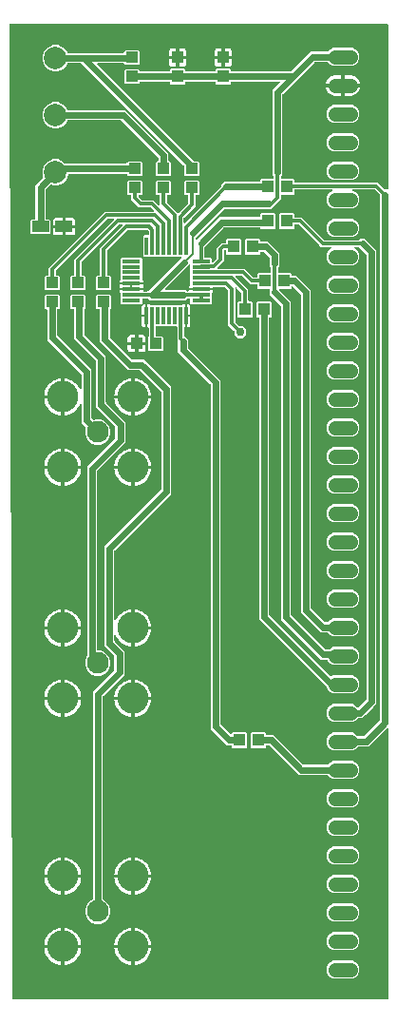
<source format=gbr>
G04 EAGLE Gerber RS-274X export*
G75*
%MOMM*%
%FSLAX34Y34*%
%LPD*%
%INBottom Copper*%
%IPPOS*%
%AMOC8*
5,1,8,0,0,1.08239X$1,22.5*%
G01*
%ADD10R,1.000000X1.100000*%
%ADD11R,1.100000X1.000000*%
%ADD12R,0.300000X1.600000*%
%ADD13R,1.600000X0.300000*%
%ADD14R,1.500000X1.000000*%
%ADD15C,1.308000*%
%ADD16C,2.000000*%
%ADD17C,2.800000*%
%ADD18C,1.930400*%
%ADD19C,0.609600*%
%ADD20C,0.304800*%
%ADD21C,0.203200*%
%ADD22C,0.756400*%

G36*
X344498Y10164D02*
X344498Y10164D01*
X344517Y10162D01*
X344619Y10184D01*
X344721Y10200D01*
X344738Y10210D01*
X344758Y10214D01*
X344847Y10267D01*
X344938Y10316D01*
X344952Y10330D01*
X344969Y10340D01*
X345036Y10419D01*
X345108Y10494D01*
X345116Y10512D01*
X345129Y10527D01*
X345168Y10623D01*
X345211Y10717D01*
X345213Y10737D01*
X345221Y10755D01*
X345239Y10922D01*
X345239Y251283D01*
X345228Y251353D01*
X345226Y251425D01*
X345208Y251474D01*
X345200Y251525D01*
X345166Y251589D01*
X345141Y251656D01*
X345109Y251697D01*
X345084Y251743D01*
X345032Y251792D01*
X344988Y251848D01*
X344944Y251876D01*
X344906Y251912D01*
X344841Y251942D01*
X344781Y251981D01*
X344730Y251994D01*
X344683Y252016D01*
X344612Y252024D01*
X344542Y252041D01*
X344490Y252037D01*
X344439Y252043D01*
X344368Y252028D01*
X344297Y252022D01*
X344249Y252002D01*
X344198Y251991D01*
X344137Y251954D01*
X344071Y251926D01*
X344015Y251881D01*
X343987Y251864D01*
X343972Y251847D01*
X343940Y251821D01*
X330478Y238359D01*
X327576Y235457D01*
X318488Y235457D01*
X318398Y235443D01*
X318307Y235435D01*
X318277Y235423D01*
X318245Y235418D01*
X318164Y235375D01*
X318080Y235339D01*
X318048Y235313D01*
X318028Y235302D01*
X318006Y235279D01*
X317950Y235234D01*
X315908Y233193D01*
X312944Y231965D01*
X296656Y231965D01*
X293692Y233193D01*
X291423Y235462D01*
X290195Y238426D01*
X290195Y241634D01*
X291423Y244598D01*
X293692Y246867D01*
X296656Y248095D01*
X312944Y248095D01*
X315908Y246867D01*
X317950Y244826D01*
X318024Y244773D01*
X318093Y244713D01*
X318123Y244701D01*
X318149Y244682D01*
X318236Y244655D01*
X318321Y244621D01*
X318362Y244617D01*
X318384Y244610D01*
X318417Y244611D01*
X318488Y244603D01*
X323473Y244603D01*
X323563Y244617D01*
X323654Y244625D01*
X323683Y244637D01*
X323715Y244642D01*
X323796Y244685D01*
X323880Y244721D01*
X323912Y244747D01*
X323933Y244758D01*
X323953Y244779D01*
X323956Y244781D01*
X323960Y244785D01*
X324011Y244826D01*
X337396Y258211D01*
X337449Y258285D01*
X337509Y258355D01*
X337521Y258385D01*
X337540Y258411D01*
X337567Y258498D01*
X337601Y258583D01*
X337605Y258624D01*
X337612Y258646D01*
X337611Y258678D01*
X337619Y258749D01*
X337619Y727094D01*
X337605Y727184D01*
X337597Y727275D01*
X337585Y727305D01*
X337580Y727337D01*
X337537Y727417D01*
X337501Y727501D01*
X337475Y727533D01*
X337464Y727554D01*
X337441Y727576D01*
X337396Y727632D01*
X333542Y731486D01*
X333468Y731539D01*
X333399Y731599D01*
X333369Y731611D01*
X333342Y731630D01*
X333255Y731657D01*
X333171Y731691D01*
X333130Y731695D01*
X333107Y731702D01*
X333075Y731701D01*
X333004Y731709D01*
X314322Y731709D01*
X314226Y731694D01*
X314129Y731684D01*
X314105Y731674D01*
X314079Y731670D01*
X313993Y731624D01*
X313904Y731584D01*
X313885Y731567D01*
X313862Y731554D01*
X313795Y731484D01*
X313723Y731418D01*
X313710Y731395D01*
X313692Y731376D01*
X313651Y731288D01*
X313604Y731202D01*
X313600Y731177D01*
X313589Y731153D01*
X313578Y731056D01*
X313561Y730960D01*
X313565Y730934D01*
X313562Y730909D01*
X313582Y730813D01*
X313597Y730717D01*
X313608Y730694D01*
X313614Y730668D01*
X313664Y730585D01*
X313708Y730498D01*
X313727Y730479D01*
X313740Y730457D01*
X313814Y730394D01*
X313884Y730326D01*
X313912Y730310D01*
X313927Y730297D01*
X313958Y730285D01*
X314031Y730245D01*
X315908Y729467D01*
X318177Y727198D01*
X319405Y724234D01*
X319405Y721026D01*
X318177Y718062D01*
X315908Y715793D01*
X312944Y714565D01*
X296656Y714565D01*
X293692Y715793D01*
X291423Y718062D01*
X290195Y721026D01*
X290195Y724234D01*
X291423Y727198D01*
X293692Y729467D01*
X295569Y730245D01*
X295652Y730296D01*
X295738Y730342D01*
X295756Y730361D01*
X295778Y730374D01*
X295841Y730449D01*
X295908Y730520D01*
X295919Y730544D01*
X295935Y730564D01*
X295970Y730655D01*
X296011Y730743D01*
X296014Y730769D01*
X296023Y730793D01*
X296028Y730891D01*
X296038Y730987D01*
X296033Y731013D01*
X296034Y731039D01*
X296007Y731133D01*
X295986Y731228D01*
X295973Y731250D01*
X295965Y731275D01*
X295910Y731355D01*
X295860Y731439D01*
X295840Y731456D01*
X295825Y731477D01*
X295747Y731536D01*
X295673Y731599D01*
X295649Y731609D01*
X295628Y731624D01*
X295535Y731654D01*
X295445Y731691D01*
X295412Y731694D01*
X295394Y731700D01*
X295361Y731700D01*
X295278Y731709D01*
X262166Y731709D01*
X262146Y731706D01*
X262127Y731708D01*
X262025Y731686D01*
X261923Y731670D01*
X261906Y731660D01*
X261886Y731656D01*
X261797Y731603D01*
X261706Y731554D01*
X261692Y731540D01*
X261675Y731530D01*
X261608Y731451D01*
X261536Y731376D01*
X261528Y731358D01*
X261515Y731343D01*
X261476Y731247D01*
X261433Y731153D01*
X261431Y731133D01*
X261423Y731115D01*
X261405Y730948D01*
X261405Y727928D01*
X260512Y727035D01*
X250190Y727035D01*
X250170Y727032D01*
X250151Y727034D01*
X250049Y727012D01*
X249947Y726996D01*
X249930Y726986D01*
X249910Y726982D01*
X249821Y726929D01*
X249730Y726880D01*
X249716Y726866D01*
X249699Y726856D01*
X249632Y726777D01*
X249560Y726702D01*
X249552Y726684D01*
X249539Y726669D01*
X249500Y726573D01*
X249457Y726479D01*
X249455Y726459D01*
X249447Y726441D01*
X249429Y726274D01*
X249429Y722637D01*
X247420Y720628D01*
X244572Y717780D01*
X242563Y715771D01*
X242493Y715771D01*
X242403Y715757D01*
X242312Y715749D01*
X242283Y715737D01*
X242251Y715732D01*
X242170Y715689D01*
X242086Y715653D01*
X242054Y715627D01*
X242033Y715616D01*
X242011Y715593D01*
X241955Y715548D01*
X240654Y714247D01*
X199713Y714247D01*
X199623Y714233D01*
X199532Y714225D01*
X199502Y714213D01*
X199470Y714208D01*
X199390Y714165D01*
X199306Y714129D01*
X199274Y714103D01*
X199253Y714092D01*
X199231Y714069D01*
X199175Y714024D01*
X173906Y688755D01*
X173852Y688681D01*
X173793Y688612D01*
X173781Y688581D01*
X173762Y688555D01*
X173735Y688468D01*
X173701Y688383D01*
X173697Y688343D01*
X173690Y688320D01*
X173690Y688288D01*
X173683Y688217D01*
X173683Y687447D01*
X173694Y687376D01*
X173696Y687305D01*
X173714Y687256D01*
X173722Y687204D01*
X173756Y687141D01*
X173780Y687074D01*
X173813Y687033D01*
X173837Y686987D01*
X173889Y686938D01*
X173934Y686882D01*
X173978Y686854D01*
X174016Y686818D01*
X174081Y686788D01*
X174141Y686749D01*
X174192Y686736D01*
X174239Y686714D01*
X174310Y686706D01*
X174380Y686689D01*
X174432Y686693D01*
X174483Y686687D01*
X174553Y686702D01*
X174625Y686708D01*
X174673Y686728D01*
X174724Y686739D01*
X174785Y686776D01*
X174851Y686804D01*
X174907Y686849D01*
X174935Y686865D01*
X174950Y686883D01*
X174982Y686909D01*
X194956Y706883D01*
X230594Y706883D01*
X230614Y706886D01*
X230633Y706884D01*
X230735Y706906D01*
X230837Y706922D01*
X230854Y706932D01*
X230874Y706936D01*
X230963Y706989D01*
X231054Y707038D01*
X231068Y707052D01*
X231085Y707062D01*
X231152Y707141D01*
X231224Y707216D01*
X231232Y707234D01*
X231245Y707249D01*
X231284Y707345D01*
X231327Y707439D01*
X231329Y707459D01*
X231337Y707477D01*
X231355Y707644D01*
X231355Y709712D01*
X232248Y710605D01*
X243512Y710605D01*
X244405Y709712D01*
X244405Y697448D01*
X243512Y696555D01*
X232248Y696555D01*
X231289Y697514D01*
X231215Y697567D01*
X231146Y697627D01*
X231116Y697639D01*
X231090Y697658D01*
X231003Y697685D01*
X230918Y697719D01*
X230877Y697723D01*
X230855Y697730D01*
X230822Y697729D01*
X230751Y697737D01*
X199059Y697737D01*
X198969Y697723D01*
X198878Y697715D01*
X198849Y697703D01*
X198817Y697698D01*
X198736Y697655D01*
X198652Y697619D01*
X198620Y697593D01*
X198599Y697582D01*
X198577Y697559D01*
X198521Y697514D01*
X181592Y680585D01*
X181548Y680524D01*
X181515Y680489D01*
X181509Y680476D01*
X181479Y680441D01*
X181467Y680411D01*
X181448Y680385D01*
X181421Y680298D01*
X181387Y680213D01*
X181383Y680172D01*
X181376Y680150D01*
X181377Y680118D01*
X181369Y680047D01*
X181369Y671526D01*
X181372Y671506D01*
X181370Y671487D01*
X181392Y671385D01*
X181408Y671283D01*
X181418Y671266D01*
X181422Y671246D01*
X181475Y671157D01*
X181524Y671066D01*
X181538Y671052D01*
X181548Y671035D01*
X181627Y670968D01*
X181702Y670896D01*
X181720Y670888D01*
X181735Y670875D01*
X181831Y670836D01*
X181925Y670793D01*
X181945Y670791D01*
X181963Y670783D01*
X182130Y670765D01*
X186952Y670765D01*
X187845Y669872D01*
X187845Y667314D01*
X187856Y667243D01*
X187858Y667172D01*
X187876Y667123D01*
X187884Y667071D01*
X187918Y667008D01*
X187943Y666941D01*
X187975Y666900D01*
X188000Y666854D01*
X188052Y666805D01*
X188096Y666749D01*
X188140Y666720D01*
X188178Y666685D01*
X188243Y666654D01*
X188303Y666616D01*
X188354Y666603D01*
X188401Y666581D01*
X188472Y666573D01*
X188542Y666556D01*
X188594Y666560D01*
X188645Y666554D01*
X188716Y666569D01*
X188787Y666575D01*
X188835Y666595D01*
X188886Y666606D01*
X188947Y666643D01*
X189013Y666671D01*
X189069Y666716D01*
X189097Y666732D01*
X189112Y666750D01*
X189144Y666776D01*
X192308Y669940D01*
X192361Y670014D01*
X192421Y670083D01*
X192433Y670113D01*
X192452Y670140D01*
X192479Y670227D01*
X192513Y670311D01*
X192517Y670352D01*
X192524Y670375D01*
X192523Y670407D01*
X192531Y670478D01*
X192531Y679443D01*
X196857Y683769D01*
X200114Y683769D01*
X200134Y683772D01*
X200153Y683770D01*
X200255Y683792D01*
X200357Y683808D01*
X200374Y683818D01*
X200394Y683822D01*
X200483Y683875D01*
X200574Y683924D01*
X200588Y683938D01*
X200605Y683948D01*
X200672Y684027D01*
X200744Y684102D01*
X200752Y684120D01*
X200765Y684135D01*
X200804Y684231D01*
X200847Y684325D01*
X200849Y684345D01*
X200857Y684363D01*
X200875Y684530D01*
X200875Y686852D01*
X201768Y687745D01*
X213032Y687745D01*
X213925Y686852D01*
X213925Y674588D01*
X213032Y673695D01*
X201768Y673695D01*
X200875Y674588D01*
X200875Y676910D01*
X200872Y676930D01*
X200874Y676949D01*
X200852Y677051D01*
X200836Y677153D01*
X200826Y677170D01*
X200822Y677190D01*
X200769Y677279D01*
X200720Y677370D01*
X200706Y677384D01*
X200696Y677401D01*
X200617Y677468D01*
X200542Y677540D01*
X200524Y677548D01*
X200509Y677561D01*
X200413Y677600D01*
X200319Y677643D01*
X200299Y677645D01*
X200281Y677653D01*
X200114Y677671D01*
X199698Y677671D01*
X199608Y677657D01*
X199517Y677649D01*
X199487Y677637D01*
X199455Y677632D01*
X199375Y677589D01*
X199291Y677553D01*
X199259Y677527D01*
X199238Y677516D01*
X199216Y677493D01*
X199160Y677448D01*
X198852Y677140D01*
X198799Y677066D01*
X198739Y676997D01*
X198727Y676967D01*
X198708Y676940D01*
X198681Y676853D01*
X198647Y676769D01*
X198643Y676728D01*
X198636Y676705D01*
X198637Y676673D01*
X198629Y676602D01*
X198629Y667637D01*
X196620Y665628D01*
X193200Y662208D01*
X193158Y662150D01*
X193109Y662098D01*
X193087Y662051D01*
X193056Y662009D01*
X193035Y661940D01*
X193005Y661875D01*
X192999Y661823D01*
X192984Y661773D01*
X192986Y661702D01*
X192978Y661631D01*
X192989Y661580D01*
X192990Y661528D01*
X193015Y661460D01*
X193030Y661390D01*
X193057Y661345D01*
X193075Y661297D01*
X193120Y661241D01*
X193156Y661179D01*
X193196Y661145D01*
X193228Y661105D01*
X193289Y661066D01*
X193343Y661019D01*
X193392Y661000D01*
X193435Y660972D01*
X193505Y660954D01*
X193571Y660927D01*
X193643Y660919D01*
X193674Y660911D01*
X193697Y660913D01*
X193738Y660909D01*
X217163Y660909D01*
X224560Y653512D01*
X224634Y653459D01*
X224703Y653399D01*
X224733Y653387D01*
X224760Y653368D01*
X224847Y653341D01*
X224931Y653307D01*
X224972Y653303D01*
X224995Y653296D01*
X225027Y653297D01*
X225098Y653289D01*
X228054Y653289D01*
X228074Y653292D01*
X228093Y653290D01*
X228195Y653312D01*
X228297Y653328D01*
X228314Y653338D01*
X228334Y653342D01*
X228423Y653395D01*
X228514Y653444D01*
X228528Y653458D01*
X228545Y653468D01*
X228612Y653547D01*
X228684Y653622D01*
X228692Y653640D01*
X228705Y653655D01*
X228744Y653751D01*
X228787Y653845D01*
X228789Y653865D01*
X228797Y653883D01*
X228815Y654050D01*
X228815Y656372D01*
X229708Y657265D01*
X240030Y657265D01*
X240050Y657268D01*
X240069Y657266D01*
X240171Y657288D01*
X240273Y657304D01*
X240290Y657314D01*
X240310Y657318D01*
X240399Y657371D01*
X240490Y657420D01*
X240504Y657434D01*
X240521Y657444D01*
X240588Y657523D01*
X240660Y657598D01*
X240668Y657616D01*
X240681Y657631D01*
X240720Y657727D01*
X240763Y657821D01*
X240765Y657841D01*
X240773Y657859D01*
X240791Y658026D01*
X240791Y661747D01*
X240777Y661837D01*
X240769Y661928D01*
X240757Y661957D01*
X240752Y661989D01*
X240709Y662070D01*
X240673Y662154D01*
X240647Y662186D01*
X240636Y662207D01*
X240613Y662229D01*
X240568Y662285D01*
X239267Y663586D01*
X239267Y670891D01*
X239253Y670981D01*
X239245Y671072D01*
X239233Y671101D01*
X239228Y671133D01*
X239185Y671214D01*
X239149Y671298D01*
X239123Y671330D01*
X239112Y671351D01*
X239089Y671373D01*
X239044Y671429D01*
X234549Y675924D01*
X234475Y675977D01*
X234405Y676037D01*
X234375Y676049D01*
X234349Y676068D01*
X234262Y676095D01*
X234177Y676129D01*
X234136Y676133D01*
X234114Y676140D01*
X234082Y676139D01*
X234011Y676147D01*
X231686Y676147D01*
X231666Y676144D01*
X231647Y676146D01*
X231545Y676124D01*
X231443Y676108D01*
X231426Y676098D01*
X231406Y676094D01*
X231317Y676041D01*
X231226Y675992D01*
X231212Y675978D01*
X231195Y675968D01*
X231128Y675889D01*
X231056Y675814D01*
X231048Y675796D01*
X231035Y675781D01*
X230996Y675685D01*
X230953Y675591D01*
X230951Y675571D01*
X230943Y675553D01*
X230925Y675386D01*
X230925Y674588D01*
X230032Y673695D01*
X218768Y673695D01*
X217875Y674588D01*
X217875Y686852D01*
X218768Y687745D01*
X230032Y687745D01*
X230925Y686852D01*
X230925Y686054D01*
X230928Y686034D01*
X230926Y686015D01*
X230948Y685913D01*
X230964Y685811D01*
X230974Y685794D01*
X230978Y685774D01*
X231031Y685685D01*
X231080Y685594D01*
X231094Y685580D01*
X231104Y685563D01*
X231183Y685496D01*
X231258Y685424D01*
X231276Y685416D01*
X231291Y685403D01*
X231387Y685364D01*
X231481Y685321D01*
X231501Y685319D01*
X231519Y685311D01*
X231686Y685293D01*
X238114Y685293D01*
X248413Y674994D01*
X248413Y663586D01*
X247112Y662285D01*
X247059Y662211D01*
X246999Y662141D01*
X246987Y662111D01*
X246968Y662085D01*
X246941Y661998D01*
X246907Y661913D01*
X246903Y661872D01*
X246896Y661850D01*
X246897Y661818D01*
X246889Y661747D01*
X246889Y658026D01*
X246892Y658006D01*
X246890Y657987D01*
X246912Y657885D01*
X246928Y657783D01*
X246938Y657766D01*
X246942Y657746D01*
X246995Y657657D01*
X247044Y657566D01*
X247058Y657552D01*
X247068Y657535D01*
X247147Y657468D01*
X247222Y657396D01*
X247240Y657388D01*
X247255Y657375D01*
X247351Y657336D01*
X247445Y657293D01*
X247465Y657291D01*
X247483Y657283D01*
X247650Y657265D01*
X257972Y657265D01*
X258865Y656372D01*
X258865Y655574D01*
X258868Y655554D01*
X258866Y655535D01*
X258888Y655433D01*
X258904Y655331D01*
X258914Y655314D01*
X258918Y655294D01*
X258971Y655205D01*
X259020Y655114D01*
X259034Y655100D01*
X259044Y655083D01*
X259123Y655016D01*
X259198Y654944D01*
X259216Y654936D01*
X259231Y654923D01*
X259327Y654884D01*
X259421Y654841D01*
X259441Y654839D01*
X259459Y654831D01*
X259626Y654813D01*
X263514Y654813D01*
X276353Y641974D01*
X276353Y359079D01*
X276367Y358989D01*
X276375Y358898D01*
X276387Y358869D01*
X276392Y358837D01*
X276435Y358756D01*
X276471Y358672D01*
X276497Y358640D01*
X276508Y358619D01*
X276531Y358597D01*
X276576Y358541D01*
X288691Y346426D01*
X288765Y346373D01*
X288835Y346313D01*
X288865Y346301D01*
X288891Y346282D01*
X288978Y346255D01*
X289063Y346221D01*
X289104Y346217D01*
X289126Y346210D01*
X289158Y346211D01*
X289229Y346203D01*
X291112Y346203D01*
X291202Y346217D01*
X291293Y346225D01*
X291323Y346237D01*
X291355Y346242D01*
X291436Y346285D01*
X291519Y346321D01*
X291552Y346347D01*
X291572Y346358D01*
X291594Y346381D01*
X291650Y346426D01*
X293692Y348467D01*
X296656Y349695D01*
X312944Y349695D01*
X315908Y348467D01*
X318177Y346198D01*
X319405Y343234D01*
X319405Y340026D01*
X318177Y337062D01*
X315908Y334793D01*
X312944Y333565D01*
X296656Y333565D01*
X293692Y334793D01*
X291650Y336834D01*
X291577Y336887D01*
X291507Y336947D01*
X291477Y336959D01*
X291451Y336978D01*
X291364Y337005D01*
X291279Y337039D01*
X291238Y337043D01*
X291216Y337050D01*
X291183Y337049D01*
X291112Y337057D01*
X285126Y337057D01*
X267207Y354976D01*
X267207Y637871D01*
X267193Y637961D01*
X267185Y638052D01*
X267173Y638081D01*
X267168Y638113D01*
X267125Y638194D01*
X267089Y638278D01*
X267063Y638310D01*
X267052Y638331D01*
X267029Y638353D01*
X266984Y638409D01*
X260164Y645229D01*
X260106Y645271D01*
X260054Y645320D01*
X260007Y645342D01*
X259965Y645372D01*
X259896Y645394D01*
X259831Y645424D01*
X259779Y645429D01*
X259729Y645445D01*
X259658Y645443D01*
X259587Y645451D01*
X259536Y645440D01*
X259484Y645438D01*
X259416Y645414D01*
X259346Y645399D01*
X259301Y645372D01*
X259253Y645354D01*
X259197Y645309D01*
X259135Y645272D01*
X259101Y645233D01*
X259061Y645200D01*
X259022Y645140D01*
X258975Y645086D01*
X258956Y645037D01*
X258928Y644993D01*
X258910Y644924D01*
X258883Y644857D01*
X258875Y644786D01*
X258867Y644755D01*
X258869Y644732D01*
X258865Y644691D01*
X258865Y644108D01*
X257972Y643215D01*
X249009Y643215D01*
X248939Y643204D01*
X248867Y643202D01*
X248818Y643184D01*
X248767Y643176D01*
X248703Y643142D01*
X248636Y643117D01*
X248595Y643085D01*
X248549Y643060D01*
X248500Y643008D01*
X248444Y642964D01*
X248416Y642920D01*
X248380Y642882D01*
X248350Y642817D01*
X248311Y642757D01*
X248298Y642706D01*
X248276Y642659D01*
X248268Y642588D01*
X248251Y642518D01*
X248255Y642466D01*
X248249Y642415D01*
X248264Y642344D01*
X248270Y642273D01*
X248290Y642225D01*
X248301Y642174D01*
X248338Y642113D01*
X248366Y642047D01*
X248411Y641991D01*
X248428Y641963D01*
X248445Y641948D01*
X248471Y641916D01*
X258573Y631814D01*
X258573Y352729D01*
X258580Y352685D01*
X258580Y352684D01*
X258581Y352679D01*
X258587Y352639D01*
X258595Y352548D01*
X258607Y352519D01*
X258612Y352487D01*
X258630Y352454D01*
X258632Y352443D01*
X258657Y352402D01*
X258691Y352322D01*
X258717Y352290D01*
X258728Y352269D01*
X258748Y352250D01*
X258758Y352232D01*
X258772Y352220D01*
X258796Y352191D01*
X288691Y322296D01*
X288765Y322243D01*
X288835Y322183D01*
X288865Y322171D01*
X288891Y322152D01*
X288978Y322125D01*
X289063Y322091D01*
X289104Y322087D01*
X289126Y322080D01*
X289158Y322081D01*
X289229Y322073D01*
X292382Y322073D01*
X292472Y322087D01*
X292563Y322095D01*
X292593Y322107D01*
X292625Y322112D01*
X292706Y322155D01*
X292790Y322191D01*
X292822Y322217D01*
X292842Y322228D01*
X292864Y322251D01*
X292920Y322296D01*
X293692Y323067D01*
X296656Y324295D01*
X312944Y324295D01*
X315908Y323067D01*
X318177Y320798D01*
X319405Y317834D01*
X319405Y314626D01*
X318177Y311662D01*
X315908Y309393D01*
X312944Y308165D01*
X296656Y308165D01*
X293692Y309393D01*
X291423Y311662D01*
X291094Y312457D01*
X291032Y312557D01*
X290972Y312657D01*
X290967Y312661D01*
X290964Y312666D01*
X290873Y312741D01*
X290785Y312817D01*
X290779Y312819D01*
X290774Y312823D01*
X290666Y312865D01*
X290557Y312909D01*
X290549Y312910D01*
X290545Y312911D01*
X290527Y312912D01*
X290390Y312927D01*
X285126Y312927D01*
X249427Y348626D01*
X249427Y627711D01*
X249413Y627801D01*
X249405Y627892D01*
X249393Y627921D01*
X249388Y627953D01*
X249345Y628034D01*
X249309Y628118D01*
X249283Y628150D01*
X249272Y628171D01*
X249249Y628193D01*
X249204Y628249D01*
X239267Y638186D01*
X239267Y641991D01*
X239300Y642026D01*
X239322Y642073D01*
X239352Y642115D01*
X239374Y642184D01*
X239404Y642249D01*
X239409Y642301D01*
X239425Y642350D01*
X239423Y642422D01*
X239431Y642493D01*
X239420Y642544D01*
X239418Y642596D01*
X239394Y642664D01*
X239379Y642734D01*
X239352Y642779D01*
X239334Y642827D01*
X239289Y642883D01*
X239252Y642945D01*
X239213Y642979D01*
X239180Y643019D01*
X239120Y643058D01*
X239066Y643105D01*
X239017Y643124D01*
X238973Y643152D01*
X238904Y643170D01*
X238837Y643197D01*
X238766Y643205D01*
X238735Y643213D01*
X238712Y643211D01*
X238671Y643215D01*
X229708Y643215D01*
X228815Y644108D01*
X228815Y646430D01*
X228812Y646450D01*
X228814Y646469D01*
X228792Y646571D01*
X228776Y646673D01*
X228766Y646690D01*
X228762Y646710D01*
X228709Y646799D01*
X228660Y646890D01*
X228646Y646904D01*
X228636Y646921D01*
X228557Y646988D01*
X228482Y647060D01*
X228464Y647068D01*
X228449Y647081D01*
X228353Y647120D01*
X228259Y647163D01*
X228239Y647165D01*
X228221Y647173D01*
X228054Y647191D01*
X222257Y647191D01*
X214860Y654588D01*
X214786Y654641D01*
X214717Y654701D01*
X214687Y654713D01*
X214660Y654732D01*
X214573Y654759D01*
X214489Y654793D01*
X214448Y654797D01*
X214425Y654804D01*
X214393Y654803D01*
X214322Y654811D01*
X209858Y654811D01*
X209787Y654800D01*
X209716Y654798D01*
X209667Y654780D01*
X209615Y654772D01*
X209552Y654738D01*
X209485Y654713D01*
X209444Y654681D01*
X209398Y654656D01*
X209349Y654604D01*
X209293Y654560D01*
X209264Y654516D01*
X209229Y654478D01*
X209198Y654413D01*
X209160Y654353D01*
X209147Y654302D01*
X209125Y654255D01*
X209117Y654184D01*
X209100Y654114D01*
X209104Y654062D01*
X209098Y654011D01*
X209113Y653940D01*
X209119Y653869D01*
X209139Y653821D01*
X209150Y653770D01*
X209187Y653709D01*
X209215Y653643D01*
X209260Y653587D01*
X209276Y653559D01*
X209294Y653544D01*
X209320Y653512D01*
X218600Y644232D01*
X220609Y642223D01*
X220609Y632626D01*
X220612Y632606D01*
X220610Y632587D01*
X220632Y632485D01*
X220648Y632383D01*
X220658Y632366D01*
X220662Y632346D01*
X220715Y632257D01*
X220764Y632166D01*
X220778Y632152D01*
X220788Y632135D01*
X220867Y632068D01*
X220942Y631996D01*
X220960Y631988D01*
X220975Y631975D01*
X221071Y631936D01*
X221165Y631893D01*
X221185Y631891D01*
X221203Y631883D01*
X221370Y631865D01*
X223192Y631865D01*
X224085Y630972D01*
X224085Y618708D01*
X223192Y617815D01*
X211928Y617815D01*
X211035Y618708D01*
X211035Y630972D01*
X211928Y631865D01*
X213750Y631865D01*
X213770Y631868D01*
X213789Y631866D01*
X213891Y631888D01*
X213993Y631904D01*
X214010Y631914D01*
X214030Y631918D01*
X214119Y631971D01*
X214210Y632020D01*
X214224Y632034D01*
X214241Y632044D01*
X214308Y632123D01*
X214380Y632198D01*
X214388Y632216D01*
X214401Y632231D01*
X214440Y632327D01*
X214483Y632421D01*
X214485Y632441D01*
X214493Y632459D01*
X214511Y632626D01*
X214511Y639382D01*
X214497Y639472D01*
X214489Y639563D01*
X214477Y639593D01*
X214472Y639625D01*
X214429Y639705D01*
X214393Y639789D01*
X214367Y639821D01*
X214356Y639842D01*
X214333Y639864D01*
X214288Y639920D01*
X210088Y644120D01*
X210030Y644162D01*
X209978Y644211D01*
X209931Y644233D01*
X209889Y644264D01*
X209820Y644285D01*
X209755Y644315D01*
X209703Y644321D01*
X209653Y644336D01*
X209582Y644334D01*
X209511Y644342D01*
X209460Y644331D01*
X209408Y644330D01*
X209340Y644305D01*
X209270Y644290D01*
X209225Y644263D01*
X209177Y644245D01*
X209121Y644200D01*
X209059Y644164D01*
X209025Y644124D01*
X208985Y644092D01*
X208946Y644031D01*
X208899Y643977D01*
X208880Y643928D01*
X208852Y643885D01*
X208834Y643815D01*
X208807Y643749D01*
X208799Y643677D01*
X208791Y643646D01*
X208793Y643623D01*
X208789Y643582D01*
X208789Y613718D01*
X208803Y613628D01*
X208811Y613537D01*
X208823Y613507D01*
X208828Y613475D01*
X208871Y613395D01*
X208907Y613311D01*
X208933Y613279D01*
X208944Y613258D01*
X208967Y613236D01*
X209012Y613180D01*
X212142Y610050D01*
X212216Y609997D01*
X212285Y609937D01*
X212315Y609925D01*
X212342Y609906D01*
X212429Y609879D01*
X212513Y609845D01*
X212554Y609841D01*
X212577Y609834D01*
X212609Y609835D01*
X212680Y609827D01*
X215558Y609827D01*
X218667Y606718D01*
X218667Y602322D01*
X215558Y599213D01*
X211162Y599213D01*
X208053Y602322D01*
X208053Y605200D01*
X208039Y605290D01*
X208031Y605381D01*
X208019Y605411D01*
X208014Y605443D01*
X207971Y605523D01*
X207935Y605607D01*
X207909Y605639D01*
X207898Y605660D01*
X207875Y605682D01*
X207830Y605738D01*
X202691Y610877D01*
X202691Y641042D01*
X202677Y641132D01*
X202669Y641223D01*
X202657Y641253D01*
X202652Y641285D01*
X202609Y641365D01*
X202573Y641449D01*
X202547Y641481D01*
X202536Y641502D01*
X202513Y641524D01*
X202468Y641580D01*
X199620Y644428D01*
X199546Y644481D01*
X199477Y644541D01*
X199447Y644553D01*
X199420Y644572D01*
X199333Y644599D01*
X199249Y644633D01*
X199208Y644637D01*
X199185Y644644D01*
X199153Y644643D01*
X199082Y644651D01*
X189622Y644651D01*
X189602Y644648D01*
X189583Y644650D01*
X189481Y644628D01*
X189379Y644612D01*
X189362Y644602D01*
X189342Y644598D01*
X189253Y644545D01*
X189162Y644496D01*
X189148Y644482D01*
X189131Y644472D01*
X189064Y644393D01*
X188992Y644318D01*
X188984Y644300D01*
X188971Y644285D01*
X188932Y644189D01*
X188889Y644095D01*
X188887Y644075D01*
X188879Y644057D01*
X188861Y643890D01*
X188861Y643501D01*
X178320Y643501D01*
X167779Y643501D01*
X167779Y644574D01*
X167952Y645221D01*
X168287Y645800D01*
X168572Y646085D01*
X168625Y646159D01*
X168685Y646229D01*
X168697Y646259D01*
X168716Y646285D01*
X168743Y646372D01*
X168777Y646457D01*
X168781Y646498D01*
X168788Y646520D01*
X168787Y646552D01*
X168795Y646624D01*
X168795Y649976D01*
X168811Y650038D01*
X168841Y650137D01*
X168841Y650157D01*
X168846Y650176D01*
X168838Y650279D01*
X168835Y650382D01*
X168828Y650401D01*
X168827Y650421D01*
X168795Y650495D01*
X168795Y654976D01*
X168811Y655038D01*
X168841Y655137D01*
X168841Y655157D01*
X168846Y655176D01*
X168838Y655279D01*
X168835Y655382D01*
X168828Y655401D01*
X168827Y655421D01*
X168795Y655495D01*
X168795Y659976D01*
X168811Y660038D01*
X168841Y660137D01*
X168841Y660157D01*
X168846Y660176D01*
X168838Y660279D01*
X168835Y660382D01*
X168828Y660401D01*
X168827Y660421D01*
X168795Y660495D01*
X168795Y663819D01*
X168784Y663889D01*
X168782Y663961D01*
X168764Y664010D01*
X168756Y664061D01*
X168722Y664124D01*
X168697Y664192D01*
X168665Y664233D01*
X168640Y664279D01*
X168589Y664328D01*
X168544Y664384D01*
X168500Y664412D01*
X168462Y664448D01*
X168397Y664478D01*
X168337Y664517D01*
X168286Y664530D01*
X168239Y664552D01*
X168168Y664560D01*
X168098Y664577D01*
X168046Y664573D01*
X167995Y664579D01*
X167924Y664563D01*
X167853Y664558D01*
X167805Y664538D01*
X167754Y664526D01*
X167693Y664490D01*
X167627Y664462D01*
X167571Y664417D01*
X167543Y664400D01*
X167528Y664383D01*
X167496Y664357D01*
X146751Y643612D01*
X146709Y643554D01*
X146660Y643502D01*
X146638Y643455D01*
X146608Y643413D01*
X146587Y643344D01*
X146556Y643279D01*
X146551Y643227D01*
X146535Y643177D01*
X146537Y643106D01*
X146529Y643035D01*
X146540Y642984D01*
X146542Y642932D01*
X146566Y642864D01*
X146582Y642794D01*
X146608Y642750D01*
X146626Y642701D01*
X146671Y642645D01*
X146708Y642583D01*
X146747Y642549D01*
X146780Y642509D01*
X146840Y642470D01*
X146895Y642423D01*
X146943Y642404D01*
X146987Y642376D01*
X147056Y642358D01*
X147123Y642331D01*
X147194Y642323D01*
X147225Y642315D01*
X147249Y642317D01*
X147289Y642313D01*
X164454Y642313D01*
X165755Y641012D01*
X165829Y640959D01*
X165899Y640899D01*
X165929Y640887D01*
X165955Y640868D01*
X166042Y640841D01*
X166127Y640807D01*
X166168Y640803D01*
X166190Y640796D01*
X166222Y640797D01*
X166293Y640789D01*
X167018Y640789D01*
X167038Y640792D01*
X167057Y640790D01*
X167159Y640812D01*
X167261Y640828D01*
X167278Y640838D01*
X167298Y640842D01*
X167387Y640895D01*
X167478Y640944D01*
X167492Y640958D01*
X167509Y640968D01*
X167576Y641047D01*
X167648Y641122D01*
X167656Y641140D01*
X167669Y641155D01*
X167708Y641251D01*
X167751Y641345D01*
X167753Y641365D01*
X167761Y641383D01*
X167779Y641550D01*
X167779Y641979D01*
X178320Y641979D01*
X188861Y641979D01*
X188861Y640905D01*
X188688Y640259D01*
X188353Y639680D01*
X188068Y639395D01*
X188015Y639321D01*
X187955Y639251D01*
X187943Y639221D01*
X187924Y639195D01*
X187897Y639108D01*
X187863Y639023D01*
X187859Y638982D01*
X187852Y638960D01*
X187853Y638928D01*
X187845Y638856D01*
X187845Y635504D01*
X187829Y635442D01*
X187799Y635344D01*
X187799Y635324D01*
X187794Y635304D01*
X187802Y635201D01*
X187805Y635098D01*
X187812Y635079D01*
X187813Y635059D01*
X187845Y634986D01*
X187845Y630608D01*
X186952Y629715D01*
X179922Y629715D01*
X179832Y629701D01*
X179741Y629693D01*
X179736Y629691D01*
X176898Y629691D01*
X176885Y629697D01*
X176844Y629701D01*
X176821Y629708D01*
X176789Y629707D01*
X176718Y629715D01*
X169688Y629715D01*
X168795Y630608D01*
X168795Y633930D01*
X168792Y633950D01*
X168794Y633969D01*
X168772Y634071D01*
X168756Y634173D01*
X168746Y634190D01*
X168742Y634210D01*
X168689Y634299D01*
X168640Y634390D01*
X168626Y634404D01*
X168616Y634421D01*
X168537Y634488D01*
X168462Y634560D01*
X168444Y634568D01*
X168429Y634581D01*
X168333Y634620D01*
X168239Y634663D01*
X168219Y634665D01*
X168201Y634673D01*
X168034Y634691D01*
X166293Y634691D01*
X166203Y634677D01*
X166112Y634669D01*
X166083Y634657D01*
X166051Y634652D01*
X165970Y634609D01*
X165886Y634573D01*
X165854Y634547D01*
X165833Y634536D01*
X165811Y634513D01*
X165755Y634468D01*
X164454Y633167D01*
X132518Y633167D01*
X131217Y634468D01*
X131143Y634521D01*
X131074Y634581D01*
X131044Y634593D01*
X131017Y634612D01*
X130930Y634639D01*
X130845Y634673D01*
X130805Y634677D01*
X130782Y634684D01*
X130750Y634683D01*
X130679Y634691D01*
X126606Y634691D01*
X126586Y634688D01*
X126567Y634690D01*
X126465Y634668D01*
X126363Y634652D01*
X126346Y634642D01*
X126326Y634638D01*
X126237Y634585D01*
X126146Y634536D01*
X126132Y634522D01*
X126115Y634512D01*
X126048Y634433D01*
X125976Y634358D01*
X125968Y634340D01*
X125955Y634325D01*
X125916Y634229D01*
X125873Y634135D01*
X125871Y634115D01*
X125863Y634097D01*
X125845Y633930D01*
X125845Y630608D01*
X124952Y629715D01*
X107688Y629715D01*
X106795Y630608D01*
X106795Y634976D01*
X106811Y635038D01*
X106841Y635136D01*
X106841Y635156D01*
X106846Y635176D01*
X106838Y635279D01*
X106835Y635382D01*
X106828Y635401D01*
X106827Y635421D01*
X106795Y635494D01*
X106795Y638856D01*
X106781Y638946D01*
X106773Y639037D01*
X106761Y639067D01*
X106756Y639099D01*
X106713Y639180D01*
X106677Y639264D01*
X106651Y639296D01*
X106640Y639316D01*
X106617Y639339D01*
X106572Y639395D01*
X106287Y639680D01*
X105952Y640259D01*
X105779Y640906D01*
X105779Y641979D01*
X116320Y641979D01*
X126861Y641979D01*
X126861Y641550D01*
X126864Y641530D01*
X126862Y641511D01*
X126884Y641409D01*
X126900Y641307D01*
X126910Y641290D01*
X126914Y641270D01*
X126967Y641181D01*
X127016Y641090D01*
X127030Y641076D01*
X127040Y641059D01*
X127119Y640992D01*
X127194Y640920D01*
X127212Y640912D01*
X127227Y640899D01*
X127323Y640860D01*
X127417Y640817D01*
X127437Y640815D01*
X127455Y640807D01*
X127622Y640789D01*
X130679Y640789D01*
X130769Y640803D01*
X130860Y640811D01*
X130890Y640823D01*
X130921Y640828D01*
X131002Y640871D01*
X131086Y640907D01*
X131118Y640933D01*
X131139Y640944D01*
X131161Y640967D01*
X131217Y641012D01*
X160621Y670416D01*
X160663Y670474D01*
X160712Y670526D01*
X160734Y670573D01*
X160765Y670615D01*
X160786Y670684D01*
X160816Y670749D01*
X160822Y670801D01*
X160837Y670851D01*
X160835Y670922D01*
X160843Y670993D01*
X160832Y671044D01*
X160831Y671096D01*
X160806Y671164D01*
X160791Y671234D01*
X160764Y671278D01*
X160746Y671327D01*
X160701Y671383D01*
X160665Y671445D01*
X160625Y671479D01*
X160592Y671519D01*
X160532Y671558D01*
X160478Y671605D01*
X160429Y671624D01*
X160386Y671652D01*
X160316Y671670D01*
X160249Y671697D01*
X160178Y671705D01*
X160147Y671713D01*
X160124Y671711D01*
X160083Y671715D01*
X157584Y671715D01*
X157522Y671731D01*
X157423Y671761D01*
X157403Y671761D01*
X157384Y671766D01*
X157281Y671758D01*
X157178Y671755D01*
X157159Y671748D01*
X157139Y671747D01*
X157065Y671715D01*
X152584Y671715D01*
X152522Y671731D01*
X152423Y671761D01*
X152403Y671761D01*
X152384Y671766D01*
X152281Y671758D01*
X152178Y671755D01*
X152159Y671748D01*
X152139Y671747D01*
X152065Y671715D01*
X147584Y671715D01*
X147522Y671731D01*
X147423Y671761D01*
X147403Y671761D01*
X147384Y671766D01*
X147281Y671758D01*
X147178Y671755D01*
X147159Y671748D01*
X147139Y671747D01*
X147065Y671715D01*
X142584Y671715D01*
X142522Y671731D01*
X142423Y671761D01*
X142403Y671761D01*
X142384Y671766D01*
X142281Y671758D01*
X142178Y671755D01*
X142159Y671748D01*
X142139Y671747D01*
X142065Y671715D01*
X137584Y671715D01*
X137522Y671731D01*
X137423Y671761D01*
X137403Y671761D01*
X137384Y671766D01*
X137281Y671758D01*
X137178Y671755D01*
X137159Y671748D01*
X137139Y671747D01*
X137065Y671715D01*
X132584Y671715D01*
X132522Y671731D01*
X132423Y671761D01*
X132403Y671761D01*
X132384Y671766D01*
X132281Y671758D01*
X132178Y671755D01*
X132159Y671748D01*
X132139Y671747D01*
X132065Y671715D01*
X127688Y671715D01*
X126795Y672608D01*
X126795Y689872D01*
X127688Y690765D01*
X131010Y690765D01*
X131030Y690768D01*
X131049Y690766D01*
X131151Y690788D01*
X131253Y690804D01*
X131270Y690814D01*
X131290Y690818D01*
X131379Y690871D01*
X131470Y690920D01*
X131484Y690934D01*
X131501Y690944D01*
X131568Y691023D01*
X131640Y691098D01*
X131648Y691116D01*
X131661Y691131D01*
X131700Y691227D01*
X131743Y691321D01*
X131745Y691341D01*
X131753Y691359D01*
X131771Y691526D01*
X131771Y694182D01*
X131757Y694272D01*
X131749Y694363D01*
X131737Y694393D01*
X131732Y694425D01*
X131689Y694505D01*
X131653Y694589D01*
X131627Y694621D01*
X131616Y694642D01*
X131593Y694664D01*
X131548Y694720D01*
X131040Y695228D01*
X130966Y695281D01*
X130897Y695341D01*
X130867Y695353D01*
X130840Y695372D01*
X130753Y695399D01*
X130669Y695433D01*
X130628Y695437D01*
X130605Y695444D01*
X130573Y695443D01*
X130502Y695451D01*
X113338Y695451D01*
X113248Y695437D01*
X113157Y695429D01*
X113127Y695417D01*
X113095Y695412D01*
X113015Y695369D01*
X112931Y695333D01*
X112899Y695307D01*
X112878Y695296D01*
X112856Y695273D01*
X112800Y695228D01*
X94712Y677140D01*
X94659Y677066D01*
X94599Y676997D01*
X94587Y676967D01*
X94568Y676940D01*
X94541Y676853D01*
X94507Y676769D01*
X94503Y676728D01*
X94496Y676705D01*
X94497Y676673D01*
X94489Y676602D01*
X94489Y655866D01*
X94492Y655846D01*
X94490Y655827D01*
X94512Y655725D01*
X94528Y655623D01*
X94538Y655606D01*
X94542Y655586D01*
X94595Y655497D01*
X94644Y655406D01*
X94658Y655392D01*
X94668Y655375D01*
X94747Y655308D01*
X94822Y655236D01*
X94840Y655228D01*
X94855Y655215D01*
X94951Y655176D01*
X95045Y655133D01*
X95065Y655131D01*
X95083Y655123D01*
X95250Y655105D01*
X97572Y655105D01*
X98465Y654212D01*
X98465Y642948D01*
X97572Y642055D01*
X85308Y642055D01*
X84415Y642948D01*
X84415Y654212D01*
X85308Y655105D01*
X87630Y655105D01*
X87650Y655108D01*
X87669Y655106D01*
X87771Y655128D01*
X87873Y655144D01*
X87890Y655154D01*
X87910Y655158D01*
X87999Y655211D01*
X88090Y655260D01*
X88104Y655274D01*
X88121Y655284D01*
X88188Y655363D01*
X88260Y655438D01*
X88268Y655456D01*
X88281Y655471D01*
X88320Y655567D01*
X88363Y655661D01*
X88365Y655681D01*
X88373Y655699D01*
X88391Y655866D01*
X88391Y679443D01*
X108180Y699232D01*
X108222Y699290D01*
X108271Y699342D01*
X108293Y699389D01*
X108324Y699431D01*
X108345Y699500D01*
X108375Y699565D01*
X108381Y699617D01*
X108396Y699667D01*
X108394Y699738D01*
X108402Y699809D01*
X108391Y699860D01*
X108390Y699912D01*
X108365Y699980D01*
X108350Y700050D01*
X108323Y700095D01*
X108305Y700143D01*
X108260Y700199D01*
X108224Y700261D01*
X108184Y700295D01*
X108152Y700335D01*
X108091Y700374D01*
X108037Y700421D01*
X107988Y700440D01*
X107945Y700468D01*
X107875Y700486D01*
X107809Y700513D01*
X107737Y700521D01*
X107706Y700529D01*
X107683Y700527D01*
X107642Y700531D01*
X105718Y700531D01*
X105628Y700517D01*
X105537Y700509D01*
X105507Y700497D01*
X105475Y700492D01*
X105395Y700449D01*
X105311Y700413D01*
X105279Y700387D01*
X105258Y700376D01*
X105236Y700353D01*
X105180Y700308D01*
X71852Y666980D01*
X71799Y666906D01*
X71739Y666837D01*
X71727Y666807D01*
X71708Y666780D01*
X71681Y666693D01*
X71647Y666609D01*
X71643Y666568D01*
X71636Y666545D01*
X71637Y666513D01*
X71629Y666442D01*
X71629Y655866D01*
X71632Y655846D01*
X71630Y655827D01*
X71652Y655725D01*
X71668Y655623D01*
X71678Y655606D01*
X71682Y655586D01*
X71735Y655497D01*
X71784Y655406D01*
X71798Y655392D01*
X71808Y655375D01*
X71887Y655308D01*
X71962Y655236D01*
X71980Y655228D01*
X71995Y655215D01*
X72091Y655176D01*
X72185Y655133D01*
X72205Y655131D01*
X72223Y655123D01*
X72390Y655105D01*
X74712Y655105D01*
X75605Y654212D01*
X75605Y642948D01*
X74712Y642055D01*
X62448Y642055D01*
X61555Y642948D01*
X61555Y654212D01*
X62448Y655105D01*
X64770Y655105D01*
X64790Y655108D01*
X64809Y655106D01*
X64911Y655128D01*
X65013Y655144D01*
X65030Y655154D01*
X65050Y655158D01*
X65139Y655211D01*
X65230Y655260D01*
X65244Y655274D01*
X65261Y655284D01*
X65328Y655363D01*
X65400Y655438D01*
X65408Y655456D01*
X65421Y655471D01*
X65460Y655567D01*
X65503Y655661D01*
X65505Y655681D01*
X65513Y655699D01*
X65531Y655866D01*
X65531Y669283D01*
X67540Y671292D01*
X100560Y704312D01*
X100602Y704370D01*
X100651Y704422D01*
X100673Y704469D01*
X100704Y704511D01*
X100725Y704580D01*
X100755Y704645D01*
X100761Y704697D01*
X100776Y704747D01*
X100774Y704818D01*
X100782Y704889D01*
X100771Y704940D01*
X100770Y704992D01*
X100745Y705060D01*
X100730Y705130D01*
X100703Y705175D01*
X100685Y705223D01*
X100640Y705279D01*
X100604Y705341D01*
X100564Y705375D01*
X100532Y705415D01*
X100471Y705454D01*
X100417Y705501D01*
X100368Y705520D01*
X100325Y705548D01*
X100255Y705566D01*
X100189Y705593D01*
X100117Y705601D01*
X100086Y705609D01*
X100063Y705607D01*
X100022Y705611D01*
X95558Y705611D01*
X95468Y705597D01*
X95377Y705589D01*
X95347Y705577D01*
X95315Y705572D01*
X95235Y705529D01*
X95151Y705493D01*
X95119Y705467D01*
X95098Y705456D01*
X95076Y705433D01*
X95020Y705388D01*
X48992Y659360D01*
X48939Y659286D01*
X48879Y659217D01*
X48867Y659187D01*
X48848Y659160D01*
X48821Y659073D01*
X48787Y658989D01*
X48783Y658948D01*
X48776Y658925D01*
X48777Y658893D01*
X48769Y658822D01*
X48769Y655866D01*
X48772Y655846D01*
X48770Y655827D01*
X48792Y655725D01*
X48808Y655623D01*
X48818Y655606D01*
X48822Y655586D01*
X48875Y655497D01*
X48924Y655406D01*
X48938Y655392D01*
X48948Y655375D01*
X49027Y655308D01*
X49102Y655236D01*
X49120Y655228D01*
X49135Y655215D01*
X49231Y655176D01*
X49325Y655133D01*
X49345Y655131D01*
X49363Y655123D01*
X49530Y655105D01*
X51852Y655105D01*
X52745Y654212D01*
X52745Y642948D01*
X51852Y642055D01*
X39588Y642055D01*
X38695Y642948D01*
X38695Y654212D01*
X39588Y655105D01*
X41910Y655105D01*
X41930Y655108D01*
X41949Y655106D01*
X42051Y655128D01*
X42153Y655144D01*
X42170Y655154D01*
X42190Y655158D01*
X42279Y655211D01*
X42370Y655260D01*
X42384Y655274D01*
X42401Y655284D01*
X42468Y655363D01*
X42540Y655438D01*
X42548Y655456D01*
X42561Y655471D01*
X42600Y655567D01*
X42643Y655661D01*
X42645Y655681D01*
X42653Y655699D01*
X42671Y655866D01*
X42671Y661663D01*
X92717Y711709D01*
X135582Y711709D01*
X135653Y711720D01*
X135724Y711722D01*
X135773Y711740D01*
X135825Y711748D01*
X135888Y711782D01*
X135955Y711807D01*
X135996Y711839D01*
X136042Y711864D01*
X136091Y711916D01*
X136147Y711960D01*
X136176Y712004D01*
X136211Y712042D01*
X136242Y712107D01*
X136280Y712167D01*
X136293Y712218D01*
X136315Y712265D01*
X136323Y712336D01*
X136340Y712406D01*
X136336Y712458D01*
X136342Y712509D01*
X136327Y712580D01*
X136321Y712651D01*
X136301Y712699D01*
X136290Y712750D01*
X136253Y712811D01*
X136225Y712877D01*
X136180Y712933D01*
X136164Y712961D01*
X136146Y712976D01*
X136120Y713008D01*
X133580Y715548D01*
X133506Y715601D01*
X133437Y715661D01*
X133407Y715673D01*
X133380Y715692D01*
X133293Y715719D01*
X133209Y715753D01*
X133168Y715757D01*
X133145Y715764D01*
X133113Y715763D01*
X133042Y715771D01*
X123197Y715771D01*
X116331Y722637D01*
X116331Y725894D01*
X116328Y725914D01*
X116330Y725933D01*
X116308Y726035D01*
X116292Y726137D01*
X116282Y726154D01*
X116278Y726174D01*
X116225Y726263D01*
X116176Y726354D01*
X116162Y726368D01*
X116152Y726385D01*
X116073Y726452D01*
X115998Y726524D01*
X115980Y726532D01*
X115965Y726545D01*
X115869Y726584D01*
X115775Y726627D01*
X115755Y726629D01*
X115737Y726637D01*
X115570Y726655D01*
X113248Y726655D01*
X112355Y727548D01*
X112355Y738812D01*
X113248Y739705D01*
X125512Y739705D01*
X126405Y738812D01*
X126405Y727548D01*
X125512Y726655D01*
X123190Y726655D01*
X123170Y726652D01*
X123151Y726654D01*
X123049Y726632D01*
X122947Y726616D01*
X122930Y726606D01*
X122910Y726602D01*
X122821Y726549D01*
X122730Y726500D01*
X122716Y726486D01*
X122699Y726476D01*
X122632Y726397D01*
X122560Y726322D01*
X122552Y726304D01*
X122539Y726289D01*
X122500Y726193D01*
X122457Y726099D01*
X122455Y726079D01*
X122447Y726061D01*
X122429Y725894D01*
X122429Y725478D01*
X122443Y725388D01*
X122451Y725297D01*
X122463Y725267D01*
X122468Y725235D01*
X122511Y725155D01*
X122547Y725071D01*
X122573Y725039D01*
X122584Y725018D01*
X122607Y724996D01*
X122652Y724940D01*
X125500Y722092D01*
X125574Y722039D01*
X125643Y721979D01*
X125673Y721967D01*
X125700Y721948D01*
X125787Y721921D01*
X125871Y721887D01*
X125912Y721883D01*
X125935Y721876D01*
X125967Y721877D01*
X126038Y721869D01*
X135883Y721869D01*
X137892Y719860D01*
X140432Y717320D01*
X140490Y717278D01*
X140542Y717229D01*
X140589Y717207D01*
X140631Y717176D01*
X140700Y717155D01*
X140765Y717125D01*
X140817Y717119D01*
X140867Y717104D01*
X140938Y717106D01*
X141009Y717098D01*
X141060Y717109D01*
X141112Y717110D01*
X141180Y717135D01*
X141250Y717150D01*
X141295Y717177D01*
X141343Y717195D01*
X141399Y717240D01*
X141461Y717276D01*
X141495Y717316D01*
X141535Y717348D01*
X141574Y717409D01*
X141621Y717463D01*
X141640Y717512D01*
X141668Y717555D01*
X141686Y717625D01*
X141713Y717691D01*
X141721Y717763D01*
X141729Y717794D01*
X141727Y717817D01*
X141731Y717858D01*
X141731Y725894D01*
X141728Y725914D01*
X141730Y725933D01*
X141708Y726035D01*
X141692Y726137D01*
X141682Y726154D01*
X141678Y726174D01*
X141625Y726263D01*
X141576Y726354D01*
X141562Y726368D01*
X141552Y726385D01*
X141473Y726452D01*
X141398Y726524D01*
X141380Y726532D01*
X141365Y726545D01*
X141269Y726584D01*
X141175Y726627D01*
X141155Y726629D01*
X141137Y726637D01*
X140970Y726655D01*
X138648Y726655D01*
X137755Y727548D01*
X137755Y738812D01*
X138648Y739705D01*
X150912Y739705D01*
X151805Y738812D01*
X151805Y727548D01*
X150912Y726655D01*
X148590Y726655D01*
X148570Y726652D01*
X148551Y726654D01*
X148449Y726632D01*
X148347Y726616D01*
X148330Y726606D01*
X148310Y726602D01*
X148221Y726549D01*
X148130Y726500D01*
X148116Y726486D01*
X148099Y726476D01*
X148032Y726397D01*
X147960Y726322D01*
X147952Y726304D01*
X147939Y726289D01*
X147900Y726193D01*
X147857Y726099D01*
X147855Y726079D01*
X147847Y726061D01*
X147829Y725894D01*
X147829Y720398D01*
X147831Y720382D01*
X147830Y720368D01*
X147844Y720302D01*
X147851Y720217D01*
X147863Y720187D01*
X147868Y720155D01*
X147881Y720132D01*
X147882Y720127D01*
X147894Y720106D01*
X147911Y720075D01*
X147947Y719991D01*
X147973Y719959D01*
X147984Y719938D01*
X148007Y719916D01*
X148052Y719860D01*
X155980Y711932D01*
X157382Y710530D01*
X157398Y710518D01*
X157410Y710503D01*
X157498Y710447D01*
X157581Y710386D01*
X157600Y710380D01*
X157617Y710370D01*
X157718Y710344D01*
X157817Y710314D01*
X157836Y710314D01*
X157856Y710310D01*
X157959Y710318D01*
X158062Y710320D01*
X158081Y710327D01*
X158101Y710329D01*
X158196Y710369D01*
X158293Y710405D01*
X158309Y710417D01*
X158327Y710425D01*
X158458Y710530D01*
X166908Y718980D01*
X166961Y719054D01*
X167021Y719123D01*
X167033Y719153D01*
X167052Y719180D01*
X167079Y719267D01*
X167113Y719351D01*
X167117Y719392D01*
X167124Y719415D01*
X167123Y719447D01*
X167131Y719518D01*
X167131Y725894D01*
X167128Y725914D01*
X167130Y725933D01*
X167108Y726035D01*
X167092Y726137D01*
X167082Y726154D01*
X167078Y726174D01*
X167025Y726263D01*
X166976Y726354D01*
X166962Y726368D01*
X166952Y726385D01*
X166873Y726452D01*
X166798Y726524D01*
X166780Y726532D01*
X166765Y726545D01*
X166669Y726584D01*
X166575Y726627D01*
X166555Y726629D01*
X166537Y726637D01*
X166370Y726655D01*
X164048Y726655D01*
X163155Y727548D01*
X163155Y738812D01*
X164048Y739705D01*
X176312Y739705D01*
X177205Y738812D01*
X177205Y727548D01*
X176312Y726655D01*
X173990Y726655D01*
X173970Y726652D01*
X173951Y726654D01*
X173849Y726632D01*
X173747Y726616D01*
X173730Y726606D01*
X173710Y726602D01*
X173621Y726549D01*
X173530Y726500D01*
X173516Y726486D01*
X173499Y726476D01*
X173432Y726397D01*
X173360Y726322D01*
X173352Y726304D01*
X173339Y726289D01*
X173300Y726193D01*
X173257Y726099D01*
X173255Y726079D01*
X173247Y726061D01*
X173229Y725894D01*
X173229Y716677D01*
X163092Y706540D01*
X163039Y706466D01*
X162979Y706397D01*
X162967Y706367D01*
X162948Y706340D01*
X162921Y706253D01*
X162887Y706169D01*
X162883Y706128D01*
X162876Y706105D01*
X162877Y706073D01*
X162869Y706002D01*
X162869Y702418D01*
X162880Y702347D01*
X162882Y702276D01*
X162900Y702227D01*
X162908Y702175D01*
X162942Y702112D01*
X162967Y702045D01*
X162999Y702004D01*
X163024Y701958D01*
X163076Y701909D01*
X163120Y701853D01*
X163164Y701824D01*
X163202Y701789D01*
X163267Y701758D01*
X163327Y701720D01*
X163378Y701707D01*
X163425Y701685D01*
X163496Y701677D01*
X163566Y701660D01*
X163618Y701664D01*
X163669Y701658D01*
X163740Y701673D01*
X163811Y701679D01*
X163859Y701699D01*
X163910Y701710D01*
X163971Y701747D01*
X164037Y701775D01*
X164093Y701820D01*
X164121Y701836D01*
X164136Y701854D01*
X164168Y701880D01*
X195864Y733576D01*
X195907Y733635D01*
X195951Y733681D01*
X195958Y733698D01*
X195977Y733719D01*
X195989Y733749D01*
X196008Y733776D01*
X196034Y733860D01*
X196054Y733904D01*
X196056Y733915D01*
X196069Y733947D01*
X196073Y733988D01*
X196080Y734011D01*
X196079Y734043D01*
X196087Y734114D01*
X196087Y735954D01*
X198766Y738633D01*
X230594Y738633D01*
X230614Y738636D01*
X230633Y738634D01*
X230735Y738656D01*
X230837Y738672D01*
X230854Y738682D01*
X230874Y738686D01*
X230963Y738739D01*
X231054Y738788D01*
X231068Y738802D01*
X231085Y738812D01*
X231152Y738891D01*
X231224Y738966D01*
X231232Y738984D01*
X231245Y738999D01*
X231284Y739095D01*
X231327Y739189D01*
X231329Y739209D01*
X231337Y739227D01*
X231355Y739394D01*
X231355Y740192D01*
X232248Y741085D01*
X242570Y741085D01*
X242590Y741088D01*
X242609Y741086D01*
X242711Y741108D01*
X242813Y741124D01*
X242830Y741134D01*
X242850Y741138D01*
X242939Y741191D01*
X243030Y741240D01*
X243044Y741254D01*
X243061Y741264D01*
X243128Y741343D01*
X243200Y741418D01*
X243208Y741436D01*
X243221Y741451D01*
X243260Y741547D01*
X243303Y741641D01*
X243305Y741661D01*
X243313Y741679D01*
X243331Y741846D01*
X243331Y743027D01*
X243317Y743117D01*
X243309Y743208D01*
X243297Y743237D01*
X243292Y743269D01*
X243249Y743350D01*
X243213Y743434D01*
X243187Y743466D01*
X243176Y743487D01*
X243153Y743509D01*
X243108Y743565D01*
X241807Y744866D01*
X241807Y819774D01*
X248401Y826368D01*
X248443Y826426D01*
X248492Y826478D01*
X248514Y826525D01*
X248544Y826567D01*
X248566Y826636D01*
X248596Y826701D01*
X248601Y826753D01*
X248617Y826803D01*
X248615Y826874D01*
X248623Y826945D01*
X248612Y826996D01*
X248610Y827048D01*
X248586Y827116D01*
X248571Y827186D01*
X248544Y827231D01*
X248526Y827279D01*
X248481Y827335D01*
X248444Y827397D01*
X248405Y827431D01*
X248372Y827471D01*
X248312Y827510D01*
X248258Y827557D01*
X248209Y827576D01*
X248165Y827604D01*
X248096Y827622D01*
X248029Y827649D01*
X247958Y827657D01*
X247927Y827665D01*
X247904Y827663D01*
X247863Y827667D01*
X205406Y827667D01*
X205386Y827664D01*
X205367Y827666D01*
X205265Y827644D01*
X205163Y827628D01*
X205146Y827618D01*
X205126Y827614D01*
X205037Y827561D01*
X204946Y827512D01*
X204932Y827498D01*
X204915Y827488D01*
X204848Y827409D01*
X204776Y827334D01*
X204768Y827316D01*
X204755Y827301D01*
X204716Y827205D01*
X204673Y827111D01*
X204671Y827091D01*
X204663Y827073D01*
X204645Y826906D01*
X204645Y826108D01*
X203752Y825215D01*
X192488Y825215D01*
X191595Y826108D01*
X191595Y826906D01*
X191592Y826926D01*
X191594Y826945D01*
X191572Y827047D01*
X191556Y827149D01*
X191546Y827166D01*
X191542Y827186D01*
X191489Y827275D01*
X191440Y827366D01*
X191426Y827380D01*
X191416Y827397D01*
X191337Y827464D01*
X191262Y827536D01*
X191244Y827544D01*
X191229Y827557D01*
X191133Y827596D01*
X191039Y827639D01*
X191019Y827641D01*
X191001Y827649D01*
X190834Y827667D01*
X164766Y827667D01*
X164746Y827664D01*
X164727Y827666D01*
X164625Y827644D01*
X164523Y827628D01*
X164506Y827618D01*
X164486Y827614D01*
X164397Y827561D01*
X164306Y827512D01*
X164292Y827498D01*
X164275Y827488D01*
X164208Y827409D01*
X164136Y827334D01*
X164128Y827316D01*
X164115Y827301D01*
X164076Y827205D01*
X164033Y827111D01*
X164031Y827091D01*
X164023Y827073D01*
X164005Y826906D01*
X164005Y826108D01*
X163112Y825215D01*
X151848Y825215D01*
X150955Y826108D01*
X150955Y826906D01*
X150952Y826926D01*
X150954Y826945D01*
X150932Y827047D01*
X150916Y827149D01*
X150906Y827166D01*
X150902Y827186D01*
X150849Y827275D01*
X150800Y827366D01*
X150786Y827380D01*
X150776Y827397D01*
X150697Y827464D01*
X150622Y827536D01*
X150604Y827544D01*
X150589Y827557D01*
X150493Y827596D01*
X150399Y827639D01*
X150379Y827641D01*
X150361Y827649D01*
X150194Y827667D01*
X124626Y827667D01*
X124606Y827664D01*
X124587Y827666D01*
X124485Y827644D01*
X124383Y827628D01*
X124366Y827618D01*
X124346Y827614D01*
X124257Y827561D01*
X124166Y827512D01*
X124152Y827498D01*
X124135Y827488D01*
X124068Y827409D01*
X123996Y827334D01*
X123988Y827316D01*
X123975Y827301D01*
X123936Y827205D01*
X123893Y827111D01*
X123891Y827091D01*
X123883Y827073D01*
X123865Y826906D01*
X123865Y826608D01*
X122972Y825715D01*
X110708Y825715D01*
X109815Y826608D01*
X109815Y837872D01*
X110708Y838765D01*
X122972Y838765D01*
X123865Y837872D01*
X123865Y837574D01*
X123868Y837554D01*
X123866Y837535D01*
X123888Y837433D01*
X123904Y837331D01*
X123914Y837314D01*
X123918Y837294D01*
X123971Y837205D01*
X124020Y837114D01*
X124034Y837100D01*
X124044Y837083D01*
X124123Y837016D01*
X124198Y836944D01*
X124216Y836936D01*
X124231Y836923D01*
X124327Y836884D01*
X124421Y836841D01*
X124441Y836839D01*
X124459Y836831D01*
X124626Y836813D01*
X150194Y836813D01*
X150214Y836816D01*
X150233Y836814D01*
X150335Y836836D01*
X150437Y836852D01*
X150454Y836862D01*
X150474Y836866D01*
X150563Y836919D01*
X150654Y836968D01*
X150668Y836982D01*
X150685Y836992D01*
X150752Y837071D01*
X150824Y837146D01*
X150832Y837164D01*
X150845Y837179D01*
X150884Y837275D01*
X150927Y837369D01*
X150929Y837389D01*
X150937Y837407D01*
X150955Y837574D01*
X150955Y838372D01*
X151848Y839265D01*
X163112Y839265D01*
X164005Y838372D01*
X164005Y837574D01*
X164008Y837554D01*
X164006Y837535D01*
X164028Y837433D01*
X164044Y837331D01*
X164054Y837314D01*
X164058Y837294D01*
X164111Y837205D01*
X164160Y837114D01*
X164174Y837100D01*
X164184Y837083D01*
X164263Y837016D01*
X164338Y836944D01*
X164356Y836936D01*
X164371Y836923D01*
X164467Y836884D01*
X164561Y836841D01*
X164581Y836839D01*
X164599Y836831D01*
X164766Y836813D01*
X190834Y836813D01*
X190854Y836816D01*
X190873Y836814D01*
X190975Y836836D01*
X191077Y836852D01*
X191094Y836862D01*
X191114Y836866D01*
X191203Y836919D01*
X191294Y836968D01*
X191308Y836982D01*
X191325Y836992D01*
X191392Y837071D01*
X191464Y837146D01*
X191472Y837164D01*
X191485Y837179D01*
X191524Y837275D01*
X191567Y837369D01*
X191569Y837389D01*
X191577Y837407D01*
X191595Y837574D01*
X191595Y838372D01*
X192488Y839265D01*
X203752Y839265D01*
X204645Y838372D01*
X204645Y837574D01*
X204648Y837554D01*
X204646Y837535D01*
X204668Y837433D01*
X204684Y837331D01*
X204694Y837314D01*
X204698Y837294D01*
X204751Y837205D01*
X204800Y837114D01*
X204814Y837100D01*
X204824Y837083D01*
X204903Y837016D01*
X204978Y836944D01*
X204996Y836936D01*
X205011Y836923D01*
X205107Y836884D01*
X205201Y836841D01*
X205221Y836839D01*
X205239Y836831D01*
X205406Y836813D01*
X258531Y836813D01*
X258621Y836827D01*
X258712Y836835D01*
X258741Y836847D01*
X258773Y836852D01*
X258854Y836895D01*
X258938Y836931D01*
X258970Y836957D01*
X258991Y836968D01*
X259013Y836991D01*
X259069Y837036D01*
X276236Y854203D01*
X291112Y854203D01*
X291202Y854217D01*
X291293Y854225D01*
X291323Y854237D01*
X291355Y854242D01*
X291436Y854285D01*
X291519Y854321D01*
X291552Y854347D01*
X291572Y854358D01*
X291594Y854381D01*
X291650Y854426D01*
X293692Y856467D01*
X296656Y857695D01*
X312944Y857695D01*
X315908Y856467D01*
X318177Y854198D01*
X319405Y851234D01*
X319405Y848026D01*
X318177Y845062D01*
X315908Y842793D01*
X312944Y841565D01*
X296656Y841565D01*
X293692Y842793D01*
X291650Y844834D01*
X291577Y844887D01*
X291507Y844947D01*
X291477Y844959D01*
X291451Y844978D01*
X291364Y845005D01*
X291279Y845039D01*
X291238Y845043D01*
X291216Y845050D01*
X291183Y845049D01*
X291112Y845057D01*
X280339Y845057D01*
X280249Y845043D01*
X280158Y845035D01*
X280129Y845023D01*
X280097Y845018D01*
X280016Y844975D01*
X279932Y844939D01*
X279900Y844913D01*
X279879Y844902D01*
X279857Y844879D01*
X279801Y844834D01*
X262411Y827444D01*
X251176Y816209D01*
X251123Y816135D01*
X251063Y816065D01*
X251051Y816035D01*
X251032Y816009D01*
X251005Y815922D01*
X250971Y815837D01*
X250967Y815796D01*
X250960Y815774D01*
X250961Y815742D01*
X250953Y815671D01*
X250953Y744866D01*
X249652Y743565D01*
X249599Y743491D01*
X249539Y743421D01*
X249527Y743391D01*
X249508Y743365D01*
X249481Y743278D01*
X249447Y743193D01*
X249443Y743152D01*
X249436Y743130D01*
X249437Y743098D01*
X249429Y743027D01*
X249429Y741846D01*
X249432Y741826D01*
X249430Y741807D01*
X249452Y741705D01*
X249468Y741603D01*
X249478Y741586D01*
X249482Y741566D01*
X249535Y741477D01*
X249584Y741386D01*
X249598Y741372D01*
X249608Y741355D01*
X249687Y741288D01*
X249762Y741216D01*
X249780Y741208D01*
X249795Y741195D01*
X249891Y741156D01*
X249985Y741113D01*
X250005Y741111D01*
X250023Y741103D01*
X250190Y741085D01*
X260512Y741085D01*
X261405Y740192D01*
X261405Y738568D01*
X261408Y738548D01*
X261406Y738529D01*
X261428Y738427D01*
X261444Y738325D01*
X261454Y738308D01*
X261458Y738288D01*
X261511Y738199D01*
X261560Y738108D01*
X261574Y738094D01*
X261584Y738077D01*
X261663Y738010D01*
X261738Y737938D01*
X261756Y737930D01*
X261771Y737917D01*
X261867Y737878D01*
X261961Y737835D01*
X261981Y737833D01*
X261999Y737825D01*
X262166Y737807D01*
X335845Y737807D01*
X341708Y731944D01*
X341782Y731891D01*
X341851Y731831D01*
X341881Y731819D01*
X341908Y731800D01*
X341995Y731773D01*
X342079Y731739D01*
X342120Y731735D01*
X342143Y731728D01*
X342175Y731729D01*
X342246Y731721D01*
X344149Y731721D01*
X344208Y731702D01*
X344273Y731672D01*
X344325Y731667D01*
X344374Y731651D01*
X344446Y731653D01*
X344517Y731645D01*
X344568Y731656D01*
X344620Y731658D01*
X344688Y731682D01*
X344758Y731697D01*
X344802Y731724D01*
X344851Y731742D01*
X344907Y731787D01*
X344969Y731824D01*
X345003Y731863D01*
X345043Y731896D01*
X345082Y731956D01*
X345129Y732010D01*
X345148Y732059D01*
X345176Y732102D01*
X345194Y732172D01*
X345221Y732239D01*
X345229Y732310D01*
X345237Y732341D01*
X345235Y732364D01*
X345239Y732405D01*
X345239Y878078D01*
X345236Y878098D01*
X345238Y878117D01*
X345216Y878219D01*
X345200Y878321D01*
X345190Y878338D01*
X345186Y878358D01*
X345133Y878447D01*
X345084Y878538D01*
X345070Y878552D01*
X345060Y878569D01*
X344981Y878636D01*
X344906Y878708D01*
X344888Y878716D01*
X344873Y878729D01*
X344777Y878768D01*
X344683Y878811D01*
X344663Y878813D01*
X344645Y878821D01*
X344478Y878839D01*
X8413Y878839D01*
X8393Y878836D01*
X8372Y878838D01*
X8271Y878816D01*
X8170Y878800D01*
X8152Y878790D01*
X8131Y878785D01*
X8043Y878732D01*
X7953Y878684D01*
X7939Y878669D01*
X7921Y878658D01*
X7854Y878580D01*
X7784Y878506D01*
X7775Y878487D01*
X7761Y878471D01*
X7723Y878376D01*
X7680Y878283D01*
X7678Y878262D01*
X7670Y878243D01*
X7652Y878076D01*
X10130Y10920D01*
X10133Y10901D01*
X10131Y10883D01*
X10153Y10780D01*
X10170Y10677D01*
X10179Y10661D01*
X10183Y10642D01*
X10237Y10552D01*
X10286Y10460D01*
X10299Y10447D01*
X10309Y10431D01*
X10388Y10363D01*
X10465Y10291D01*
X10482Y10283D01*
X10496Y10271D01*
X10593Y10232D01*
X10688Y10188D01*
X10707Y10186D01*
X10724Y10179D01*
X10891Y10161D01*
X344478Y10161D01*
X344498Y10164D01*
G37*
%LPC*%
G36*
X84137Y77723D02*
X84137Y77723D01*
X80029Y79425D01*
X76885Y82569D01*
X75183Y86677D01*
X75183Y91123D01*
X76885Y95231D01*
X80029Y98375D01*
X81317Y98909D01*
X81417Y98971D01*
X81517Y99030D01*
X81521Y99035D01*
X81526Y99038D01*
X81601Y99129D01*
X81677Y99217D01*
X81679Y99223D01*
X81683Y99228D01*
X81725Y99336D01*
X81769Y99445D01*
X81770Y99453D01*
X81771Y99458D01*
X81772Y99476D01*
X81787Y99612D01*
X81787Y284038D01*
X100868Y303119D01*
X100921Y303193D01*
X100981Y303263D01*
X100993Y303293D01*
X101012Y303319D01*
X101039Y303406D01*
X101073Y303491D01*
X101077Y303532D01*
X101084Y303554D01*
X101083Y303586D01*
X101091Y303658D01*
X101091Y316102D01*
X101077Y316192D01*
X101069Y316283D01*
X101057Y316313D01*
X101052Y316345D01*
X101009Y316426D01*
X100973Y316510D01*
X100947Y316542D01*
X100936Y316563D01*
X100913Y316585D01*
X100868Y316641D01*
X91981Y325528D01*
X91981Y413443D01*
X142524Y463986D01*
X142577Y464060D01*
X142637Y464130D01*
X142649Y464160D01*
X142668Y464186D01*
X142695Y464273D01*
X142729Y464358D01*
X142733Y464399D01*
X142740Y464421D01*
X142739Y464453D01*
X142747Y464525D01*
X142747Y551511D01*
X142733Y551601D01*
X142725Y551692D01*
X142713Y551721D01*
X142708Y551753D01*
X142665Y551834D01*
X142629Y551918D01*
X142603Y551950D01*
X142592Y551971D01*
X142569Y551993D01*
X142524Y552049D01*
X124076Y570497D01*
X124003Y570550D01*
X123933Y570609D01*
X123903Y570621D01*
X123877Y570640D01*
X123790Y570667D01*
X123705Y570701D01*
X123664Y570706D01*
X123642Y570713D01*
X123609Y570712D01*
X123538Y570720D01*
X113658Y570720D01*
X87883Y596495D01*
X87883Y624294D01*
X87880Y624314D01*
X87882Y624333D01*
X87860Y624435D01*
X87844Y624537D01*
X87834Y624554D01*
X87830Y624574D01*
X87777Y624663D01*
X87728Y624754D01*
X87714Y624768D01*
X87704Y624785D01*
X87625Y624852D01*
X87550Y624924D01*
X87532Y624932D01*
X87517Y624945D01*
X87421Y624984D01*
X87327Y625027D01*
X87307Y625029D01*
X87289Y625037D01*
X87122Y625055D01*
X85308Y625055D01*
X84415Y625948D01*
X84415Y637212D01*
X85308Y638105D01*
X97572Y638105D01*
X98465Y637212D01*
X98465Y625948D01*
X97521Y625004D01*
X97510Y625002D01*
X97421Y624949D01*
X97330Y624900D01*
X97316Y624886D01*
X97299Y624876D01*
X97232Y624797D01*
X97160Y624722D01*
X97152Y624704D01*
X97139Y624689D01*
X97100Y624593D01*
X97057Y624499D01*
X97055Y624479D01*
X97047Y624461D01*
X97029Y624294D01*
X97029Y600598D01*
X97043Y600508D01*
X97051Y600417D01*
X97063Y600387D01*
X97068Y600355D01*
X97111Y600275D01*
X97147Y600191D01*
X97173Y600159D01*
X97184Y600138D01*
X97207Y600116D01*
X97252Y600060D01*
X117224Y580088D01*
X117297Y580035D01*
X117367Y579976D01*
X117397Y579963D01*
X117423Y579945D01*
X117510Y579918D01*
X117595Y579884D01*
X117636Y579879D01*
X117658Y579872D01*
X117691Y579873D01*
X117762Y579865D01*
X127642Y579865D01*
X151893Y555614D01*
X151893Y460421D01*
X101349Y409877D01*
X101296Y409803D01*
X101236Y409734D01*
X101224Y409704D01*
X101205Y409678D01*
X101179Y409591D01*
X101145Y409506D01*
X101140Y409465D01*
X101133Y409443D01*
X101134Y409410D01*
X101126Y409339D01*
X101126Y348314D01*
X101142Y348218D01*
X101151Y348120D01*
X101162Y348097D01*
X101166Y348071D01*
X101211Y347985D01*
X101251Y347896D01*
X101269Y347876D01*
X101281Y347853D01*
X101351Y347786D01*
X101417Y347715D01*
X101440Y347702D01*
X101459Y347684D01*
X101548Y347643D01*
X101633Y347596D01*
X101659Y347591D01*
X101682Y347580D01*
X101779Y347570D01*
X101875Y347552D01*
X101901Y347556D01*
X101927Y347553D01*
X102022Y347574D01*
X102118Y347588D01*
X102142Y347600D01*
X102167Y347606D01*
X102251Y347656D01*
X102338Y347700D01*
X102356Y347718D01*
X102378Y347732D01*
X102442Y347806D01*
X102510Y347875D01*
X102525Y347904D01*
X102538Y347919D01*
X102551Y347949D01*
X102591Y348022D01*
X102793Y348512D01*
X103877Y350389D01*
X105197Y352109D01*
X106731Y353643D01*
X108451Y354963D01*
X110328Y356047D01*
X112332Y356877D01*
X114426Y357438D01*
X116137Y357663D01*
X116137Y341942D01*
X116140Y341922D01*
X116138Y341903D01*
X116160Y341801D01*
X116177Y341699D01*
X116186Y341682D01*
X116190Y341662D01*
X116243Y341573D01*
X116292Y341482D01*
X116306Y341468D01*
X116316Y341451D01*
X116395Y341384D01*
X116470Y341313D01*
X116488Y341304D01*
X116503Y341291D01*
X116599Y341253D01*
X116693Y341209D01*
X116713Y341207D01*
X116731Y341199D01*
X116898Y341181D01*
X117661Y341181D01*
X117661Y341179D01*
X116898Y341179D01*
X116878Y341176D01*
X116859Y341178D01*
X116757Y341156D01*
X116655Y341139D01*
X116638Y341130D01*
X116618Y341126D01*
X116529Y341073D01*
X116438Y341024D01*
X116424Y341010D01*
X116407Y341000D01*
X116340Y340921D01*
X116269Y340846D01*
X116260Y340828D01*
X116247Y340813D01*
X116208Y340717D01*
X116165Y340623D01*
X116163Y340603D01*
X116155Y340585D01*
X116137Y340418D01*
X116137Y324697D01*
X114426Y324922D01*
X112332Y325483D01*
X110328Y326313D01*
X108451Y327397D01*
X106731Y328717D01*
X105197Y330251D01*
X103877Y331971D01*
X102793Y333848D01*
X102591Y334338D01*
X102539Y334421D01*
X102494Y334507D01*
X102475Y334525D01*
X102461Y334547D01*
X102386Y334609D01*
X102315Y334676D01*
X102292Y334687D01*
X102272Y334704D01*
X102181Y334738D01*
X102092Y334780D01*
X102066Y334782D01*
X102042Y334792D01*
X101945Y334796D01*
X101848Y334807D01*
X101822Y334801D01*
X101796Y334802D01*
X101703Y334775D01*
X101607Y334754D01*
X101585Y334741D01*
X101560Y334734D01*
X101480Y334678D01*
X101396Y334628D01*
X101379Y334608D01*
X101358Y334593D01*
X101300Y334515D01*
X101236Y334441D01*
X101227Y334417D01*
X101211Y334396D01*
X101181Y334304D01*
X101145Y334213D01*
X101141Y334181D01*
X101135Y334162D01*
X101135Y334129D01*
X101126Y334046D01*
X101126Y329632D01*
X101141Y329542D01*
X101148Y329451D01*
X101161Y329421D01*
X101166Y329389D01*
X101209Y329308D01*
X101244Y329225D01*
X101270Y329192D01*
X101281Y329172D01*
X101304Y329150D01*
X101349Y329094D01*
X110237Y320206D01*
X110237Y299554D01*
X91156Y280473D01*
X91103Y280399D01*
X91043Y280330D01*
X91031Y280299D01*
X91012Y280273D01*
X90985Y280186D01*
X90951Y280101D01*
X90947Y280061D01*
X90940Y280038D01*
X90941Y280006D01*
X90933Y279935D01*
X90933Y99612D01*
X90952Y99497D01*
X90969Y99381D01*
X90971Y99376D01*
X90972Y99369D01*
X91027Y99266D01*
X91080Y99162D01*
X91085Y99158D01*
X91088Y99152D01*
X91172Y99072D01*
X91256Y98990D01*
X91262Y98986D01*
X91266Y98983D01*
X91283Y98975D01*
X91403Y98909D01*
X92691Y98375D01*
X95835Y95231D01*
X97537Y91123D01*
X97537Y86677D01*
X95835Y82569D01*
X92691Y79425D01*
X88583Y77723D01*
X84137Y77723D01*
G37*
%LPD*%
%LPC*%
G36*
X296656Y257365D02*
X296656Y257365D01*
X293692Y258593D01*
X291423Y260862D01*
X290195Y263826D01*
X290195Y267034D01*
X291423Y269998D01*
X293692Y272267D01*
X296656Y273495D01*
X312944Y273495D01*
X315908Y272267D01*
X317621Y270554D01*
X317637Y270543D01*
X317650Y270527D01*
X317737Y270471D01*
X317821Y270411D01*
X317840Y270405D01*
X317856Y270394D01*
X317957Y270369D01*
X318056Y270338D01*
X318076Y270339D01*
X318095Y270334D01*
X318198Y270342D01*
X318302Y270345D01*
X318320Y270352D01*
X318340Y270353D01*
X318435Y270394D01*
X318533Y270429D01*
X318548Y270442D01*
X318567Y270449D01*
X318697Y270554D01*
X325404Y277261D01*
X325457Y277335D01*
X325517Y277405D01*
X325529Y277435D01*
X325548Y277461D01*
X325575Y277548D01*
X325609Y277633D01*
X325613Y277674D01*
X325620Y277696D01*
X325619Y277728D01*
X325627Y277799D01*
X325627Y673431D01*
X325613Y673521D01*
X325605Y673612D01*
X325593Y673641D01*
X325588Y673673D01*
X325545Y673754D01*
X325509Y673838D01*
X325483Y673870D01*
X325472Y673891D01*
X325449Y673913D01*
X325404Y673969D01*
X319385Y679988D01*
X319311Y680041D01*
X319241Y680101D01*
X319211Y680113D01*
X319185Y680132D01*
X319098Y680159D01*
X319013Y680193D01*
X318972Y680197D01*
X318950Y680204D01*
X318918Y680203D01*
X318847Y680211D01*
X316007Y680211D01*
X315911Y680196D01*
X315814Y680186D01*
X315790Y680176D01*
X315764Y680172D01*
X315678Y680126D01*
X315589Y680086D01*
X315570Y680069D01*
X315547Y680056D01*
X315480Y679986D01*
X315408Y679920D01*
X315396Y679897D01*
X315378Y679878D01*
X315336Y679790D01*
X315290Y679704D01*
X315285Y679679D01*
X315274Y679655D01*
X315263Y679558D01*
X315246Y679462D01*
X315250Y679436D01*
X315247Y679411D01*
X315267Y679315D01*
X315282Y679219D01*
X315293Y679196D01*
X315299Y679170D01*
X315349Y679087D01*
X315393Y679000D01*
X315412Y678981D01*
X315425Y678959D01*
X315499Y678896D01*
X315569Y678828D01*
X315597Y678812D01*
X315612Y678799D01*
X315643Y678787D01*
X315716Y678747D01*
X315908Y678667D01*
X318177Y676398D01*
X319405Y673434D01*
X319405Y670226D01*
X318177Y667262D01*
X315908Y664993D01*
X312944Y663765D01*
X296656Y663765D01*
X293692Y664993D01*
X291423Y667262D01*
X290195Y670226D01*
X290195Y673434D01*
X291423Y676398D01*
X293692Y678667D01*
X293884Y678747D01*
X293967Y678798D01*
X294053Y678844D01*
X294071Y678862D01*
X294093Y678876D01*
X294156Y678952D01*
X294222Y679022D01*
X294233Y679046D01*
X294250Y679066D01*
X294285Y679157D01*
X294326Y679245D01*
X294329Y679271D01*
X294338Y679295D01*
X294342Y679393D01*
X294353Y679489D01*
X294348Y679515D01*
X294349Y679541D01*
X294322Y679635D01*
X294301Y679730D01*
X294288Y679752D01*
X294280Y679777D01*
X294225Y679857D01*
X294175Y679941D01*
X294155Y679958D01*
X294140Y679979D01*
X294062Y680038D01*
X293988Y680101D01*
X293964Y680111D01*
X293943Y680126D01*
X293850Y680156D01*
X293760Y680193D01*
X293727Y680196D01*
X293709Y680202D01*
X293676Y680202D01*
X293593Y680211D01*
X285757Y680211D01*
X283748Y682220D01*
X265660Y700308D01*
X265586Y700361D01*
X265517Y700421D01*
X265487Y700433D01*
X265460Y700452D01*
X265373Y700479D01*
X265289Y700513D01*
X265248Y700517D01*
X265225Y700524D01*
X265193Y700523D01*
X265122Y700531D01*
X262166Y700531D01*
X262146Y700528D01*
X262127Y700530D01*
X262025Y700508D01*
X261923Y700492D01*
X261906Y700482D01*
X261886Y700478D01*
X261797Y700425D01*
X261706Y700376D01*
X261692Y700362D01*
X261675Y700352D01*
X261608Y700273D01*
X261536Y700198D01*
X261528Y700180D01*
X261515Y700165D01*
X261476Y700069D01*
X261433Y699975D01*
X261431Y699955D01*
X261423Y699937D01*
X261405Y699770D01*
X261405Y697448D01*
X260512Y696555D01*
X249248Y696555D01*
X248355Y697448D01*
X248355Y709712D01*
X249248Y710605D01*
X260512Y710605D01*
X261405Y709712D01*
X261405Y707390D01*
X261408Y707370D01*
X261406Y707351D01*
X261428Y707249D01*
X261444Y707147D01*
X261454Y707130D01*
X261458Y707110D01*
X261511Y707021D01*
X261560Y706930D01*
X261574Y706916D01*
X261584Y706899D01*
X261663Y706832D01*
X261738Y706760D01*
X261756Y706752D01*
X261771Y706739D01*
X261867Y706700D01*
X261961Y706657D01*
X261981Y706655D01*
X261999Y706647D01*
X262166Y706629D01*
X267963Y706629D01*
X269972Y704620D01*
X288060Y686532D01*
X288134Y686479D01*
X288203Y686419D01*
X288233Y686407D01*
X288260Y686388D01*
X288347Y686361D01*
X288431Y686327D01*
X288472Y686323D01*
X288495Y686316D01*
X288527Y686317D01*
X288598Y686309D01*
X318847Y686309D01*
X318937Y686323D01*
X319028Y686331D01*
X319057Y686343D01*
X319089Y686348D01*
X319170Y686391D01*
X319254Y686427D01*
X319286Y686453D01*
X319307Y686464D01*
X319329Y686487D01*
X319385Y686532D01*
X320686Y687833D01*
X324474Y687833D01*
X331871Y680436D01*
X334773Y677534D01*
X334773Y273696D01*
X331871Y270794D01*
X324836Y263759D01*
X321934Y260857D01*
X318488Y260857D01*
X318398Y260843D01*
X318307Y260835D01*
X318277Y260823D01*
X318245Y260818D01*
X318164Y260775D01*
X318081Y260739D01*
X318048Y260713D01*
X318028Y260702D01*
X318006Y260679D01*
X317950Y260634D01*
X315908Y258593D01*
X312944Y257365D01*
X296656Y257365D01*
G37*
%LPD*%
%LPC*%
G36*
X206848Y234275D02*
X206848Y234275D01*
X205955Y235168D01*
X205955Y235966D01*
X205952Y235986D01*
X205954Y236005D01*
X205932Y236107D01*
X205916Y236209D01*
X205906Y236226D01*
X205902Y236246D01*
X205849Y236335D01*
X205800Y236426D01*
X205786Y236440D01*
X205776Y236457D01*
X205697Y236524D01*
X205622Y236596D01*
X205604Y236604D01*
X205589Y236617D01*
X205493Y236656D01*
X205399Y236699D01*
X205379Y236701D01*
X205361Y236709D01*
X205194Y236727D01*
X201306Y236727D01*
X186837Y251196D01*
X186837Y557501D01*
X186834Y557520D01*
X186836Y557539D01*
X186821Y557608D01*
X186815Y557682D01*
X186803Y557711D01*
X186798Y557743D01*
X186788Y557762D01*
X186784Y557779D01*
X186749Y557838D01*
X186719Y557908D01*
X186693Y557940D01*
X186682Y557961D01*
X186666Y557976D01*
X186658Y557990D01*
X186643Y558003D01*
X186614Y558039D01*
X160689Y583964D01*
X157787Y586866D01*
X157787Y596326D01*
X157784Y596344D01*
X157786Y596363D01*
X157771Y596431D01*
X157765Y596507D01*
X157753Y596537D01*
X157748Y596569D01*
X157737Y596588D01*
X157734Y596603D01*
X157701Y596658D01*
X157669Y596733D01*
X157643Y596765D01*
X157632Y596786D01*
X157614Y596803D01*
X157608Y596814D01*
X157597Y596824D01*
X157564Y596864D01*
X157223Y597205D01*
X157223Y608954D01*
X157220Y608974D01*
X157222Y608993D01*
X157200Y609095D01*
X157184Y609197D01*
X157174Y609214D01*
X157170Y609234D01*
X157117Y609323D01*
X157068Y609414D01*
X157054Y609428D01*
X157044Y609445D01*
X156965Y609512D01*
X156890Y609584D01*
X156872Y609592D01*
X156857Y609605D01*
X156761Y609644D01*
X156667Y609687D01*
X156647Y609689D01*
X156629Y609697D01*
X156462Y609715D01*
X152584Y609715D01*
X152522Y609731D01*
X152424Y609761D01*
X152404Y609761D01*
X152384Y609766D01*
X152281Y609758D01*
X152178Y609755D01*
X152159Y609748D01*
X152139Y609747D01*
X152066Y609715D01*
X147584Y609715D01*
X147522Y609731D01*
X147424Y609761D01*
X147404Y609761D01*
X147384Y609766D01*
X147281Y609758D01*
X147178Y609755D01*
X147159Y609748D01*
X147139Y609747D01*
X147066Y609715D01*
X142584Y609715D01*
X142522Y609731D01*
X142424Y609761D01*
X142404Y609761D01*
X142384Y609766D01*
X142281Y609758D01*
X142178Y609755D01*
X142159Y609748D01*
X142139Y609747D01*
X142066Y609715D01*
X138630Y609715D01*
X138610Y609712D01*
X138591Y609714D01*
X138489Y609692D01*
X138387Y609676D01*
X138370Y609666D01*
X138350Y609662D01*
X138261Y609609D01*
X138170Y609560D01*
X138156Y609546D01*
X138139Y609536D01*
X138072Y609457D01*
X138000Y609382D01*
X137992Y609364D01*
X137979Y609349D01*
X137940Y609253D01*
X137897Y609159D01*
X137895Y609139D01*
X137887Y609121D01*
X137869Y608954D01*
X137869Y601646D01*
X137872Y601629D01*
X137870Y601613D01*
X137870Y601610D01*
X137870Y601607D01*
X137892Y601505D01*
X137908Y601403D01*
X137918Y601386D01*
X137922Y601366D01*
X137975Y601277D01*
X138024Y601186D01*
X138038Y601172D01*
X138048Y601155D01*
X138127Y601088D01*
X138202Y601016D01*
X138220Y601008D01*
X138235Y600995D01*
X138331Y600956D01*
X138425Y600913D01*
X138445Y600911D01*
X138463Y600903D01*
X138630Y600885D01*
X144172Y600885D01*
X145065Y599992D01*
X145065Y588728D01*
X144172Y587835D01*
X131908Y587835D01*
X131015Y588728D01*
X131015Y599992D01*
X131548Y600525D01*
X131601Y600599D01*
X131661Y600668D01*
X131673Y600698D01*
X131692Y600724D01*
X131719Y600811D01*
X131753Y600896D01*
X131757Y600937D01*
X131764Y600959D01*
X131763Y600992D01*
X131771Y601063D01*
X131771Y607938D01*
X131768Y607958D01*
X131770Y607977D01*
X131748Y608079D01*
X131732Y608181D01*
X131722Y608198D01*
X131718Y608218D01*
X131665Y608307D01*
X131616Y608398D01*
X131602Y608412D01*
X131592Y608429D01*
X131513Y608496D01*
X131438Y608568D01*
X131420Y608576D01*
X131405Y608589D01*
X131309Y608628D01*
X131215Y608671D01*
X131195Y608673D01*
X131177Y608681D01*
X131010Y608699D01*
X130581Y608699D01*
X130581Y619240D01*
X130581Y629781D01*
X131654Y629781D01*
X132301Y629608D01*
X132880Y629273D01*
X133165Y628988D01*
X133239Y628935D01*
X133309Y628875D01*
X133339Y628863D01*
X133365Y628844D01*
X133452Y628817D01*
X133537Y628783D01*
X133578Y628779D01*
X133600Y628772D01*
X133632Y628773D01*
X133704Y628765D01*
X137056Y628765D01*
X137118Y628749D01*
X137217Y628719D01*
X137237Y628719D01*
X137256Y628714D01*
X137359Y628722D01*
X137462Y628725D01*
X137481Y628732D01*
X137501Y628733D01*
X137575Y628765D01*
X142056Y628765D01*
X142118Y628749D01*
X142217Y628719D01*
X142237Y628719D01*
X142256Y628714D01*
X142359Y628722D01*
X142462Y628725D01*
X142481Y628732D01*
X142501Y628733D01*
X142575Y628765D01*
X147056Y628765D01*
X147118Y628749D01*
X147217Y628719D01*
X147237Y628719D01*
X147256Y628714D01*
X147359Y628722D01*
X147462Y628725D01*
X147481Y628732D01*
X147501Y628733D01*
X147575Y628765D01*
X152056Y628765D01*
X152118Y628749D01*
X152217Y628719D01*
X152237Y628719D01*
X152256Y628714D01*
X152359Y628722D01*
X152462Y628725D01*
X152481Y628732D01*
X152501Y628733D01*
X152575Y628765D01*
X157056Y628765D01*
X157118Y628749D01*
X157217Y628719D01*
X157237Y628719D01*
X157256Y628714D01*
X157359Y628722D01*
X157462Y628725D01*
X157481Y628732D01*
X157501Y628733D01*
X157575Y628765D01*
X160936Y628765D01*
X161026Y628779D01*
X161117Y628787D01*
X161147Y628799D01*
X161179Y628804D01*
X161260Y628847D01*
X161344Y628883D01*
X161376Y628909D01*
X161396Y628920D01*
X161419Y628943D01*
X161475Y628988D01*
X161760Y629273D01*
X162339Y629608D01*
X162986Y629781D01*
X164059Y629781D01*
X164059Y619240D01*
X164059Y608696D01*
X164043Y608698D01*
X163941Y608676D01*
X163839Y608660D01*
X163822Y608650D01*
X163802Y608646D01*
X163713Y608593D01*
X163622Y608544D01*
X163608Y608530D01*
X163591Y608520D01*
X163524Y608441D01*
X163452Y608366D01*
X163444Y608348D01*
X163431Y608333D01*
X163392Y608237D01*
X163349Y608143D01*
X163347Y608123D01*
X163339Y608105D01*
X163321Y607938D01*
X163321Y601714D01*
X163324Y601694D01*
X163322Y601675D01*
X163344Y601573D01*
X163360Y601471D01*
X163370Y601454D01*
X163374Y601434D01*
X163427Y601345D01*
X163476Y601254D01*
X163490Y601240D01*
X163500Y601223D01*
X163579Y601156D01*
X163654Y601084D01*
X163672Y601076D01*
X163687Y601063D01*
X163783Y601024D01*
X163877Y600981D01*
X163897Y600979D01*
X163915Y600971D01*
X164082Y600953D01*
X164254Y600953D01*
X166933Y598274D01*
X166933Y590969D01*
X166934Y590960D01*
X166934Y590955D01*
X166939Y590930D01*
X166947Y590879D01*
X166955Y590788D01*
X166967Y590759D01*
X166972Y590727D01*
X167015Y590646D01*
X167051Y590562D01*
X167077Y590530D01*
X167088Y590509D01*
X167111Y590487D01*
X167156Y590431D01*
X193081Y564506D01*
X195983Y561604D01*
X195983Y255299D01*
X195997Y255209D01*
X196005Y255118D01*
X196017Y255089D01*
X196022Y255057D01*
X196065Y254976D01*
X196101Y254892D01*
X196127Y254860D01*
X196138Y254839D01*
X196161Y254817D01*
X196171Y254804D01*
X196178Y254792D01*
X196186Y254786D01*
X196206Y254761D01*
X204656Y246311D01*
X204714Y246269D01*
X204766Y246220D01*
X204813Y246198D01*
X204855Y246168D01*
X204924Y246146D01*
X204989Y246116D01*
X205041Y246111D01*
X205091Y246095D01*
X205162Y246097D01*
X205233Y246089D01*
X205284Y246100D01*
X205336Y246102D01*
X205404Y246126D01*
X205474Y246141D01*
X205519Y246168D01*
X205567Y246186D01*
X205623Y246231D01*
X205685Y246268D01*
X205719Y246307D01*
X205759Y246340D01*
X205798Y246400D01*
X205845Y246454D01*
X205864Y246503D01*
X205892Y246547D01*
X205910Y246616D01*
X205937Y246683D01*
X205945Y246754D01*
X205953Y246785D01*
X205951Y246808D01*
X205955Y246849D01*
X205955Y247432D01*
X206848Y248325D01*
X218112Y248325D01*
X219005Y247432D01*
X219005Y235168D01*
X218112Y234275D01*
X206848Y234275D01*
G37*
%LPD*%
%LPC*%
G36*
X296656Y282765D02*
X296656Y282765D01*
X293692Y283993D01*
X291423Y286262D01*
X290549Y288372D01*
X290514Y288428D01*
X290489Y288488D01*
X290437Y288553D01*
X290419Y288582D01*
X290404Y288594D01*
X290384Y288619D01*
X229987Y349016D01*
X229987Y617054D01*
X229984Y617074D01*
X229986Y617093D01*
X229964Y617195D01*
X229948Y617297D01*
X229938Y617314D01*
X229934Y617334D01*
X229881Y617423D01*
X229832Y617514D01*
X229818Y617528D01*
X229808Y617545D01*
X229729Y617612D01*
X229654Y617684D01*
X229636Y617692D01*
X229621Y617705D01*
X229525Y617744D01*
X229431Y617787D01*
X229411Y617789D01*
X229393Y617797D01*
X229226Y617815D01*
X228928Y617815D01*
X228035Y618708D01*
X228035Y630972D01*
X228928Y631865D01*
X240192Y631865D01*
X241085Y630972D01*
X241085Y618708D01*
X240192Y617815D01*
X239894Y617815D01*
X239874Y617812D01*
X239855Y617814D01*
X239753Y617792D01*
X239651Y617776D01*
X239634Y617766D01*
X239614Y617762D01*
X239525Y617709D01*
X239434Y617660D01*
X239420Y617646D01*
X239403Y617636D01*
X239336Y617557D01*
X239264Y617482D01*
X239256Y617464D01*
X239243Y617449D01*
X239204Y617353D01*
X239161Y617259D01*
X239159Y617239D01*
X239151Y617221D01*
X239133Y617054D01*
X239133Y353119D01*
X239147Y353029D01*
X239155Y352938D01*
X239167Y352909D01*
X239172Y352877D01*
X239215Y352796D01*
X239251Y352712D01*
X239277Y352680D01*
X239288Y352659D01*
X239311Y352637D01*
X239356Y352581D01*
X293741Y298196D01*
X293835Y298128D01*
X293930Y298058D01*
X293936Y298056D01*
X293941Y298052D01*
X294051Y298018D01*
X294163Y297982D01*
X294170Y297982D01*
X294176Y297980D01*
X294292Y297983D01*
X294409Y297984D01*
X294417Y297986D01*
X294422Y297986D01*
X294439Y297993D01*
X294570Y298031D01*
X296656Y298895D01*
X312944Y298895D01*
X315908Y297667D01*
X318177Y295398D01*
X319405Y292434D01*
X319405Y289226D01*
X318177Y286262D01*
X315908Y283993D01*
X312944Y282765D01*
X296656Y282765D01*
G37*
%LPD*%
%LPC*%
G36*
X84137Y298703D02*
X84137Y298703D01*
X80029Y300405D01*
X76885Y303549D01*
X75183Y307657D01*
X75183Y312103D01*
X76649Y315643D01*
X76664Y315706D01*
X76689Y315767D01*
X76698Y315850D01*
X76705Y315882D01*
X76704Y315901D01*
X76707Y315934D01*
X76707Y484698D01*
X101782Y509773D01*
X101826Y509833D01*
X101864Y509874D01*
X101871Y509888D01*
X101895Y509917D01*
X101907Y509947D01*
X101926Y509973D01*
X101953Y510060D01*
X101967Y510096D01*
X101968Y510097D01*
X101987Y510145D01*
X101991Y510186D01*
X101998Y510208D01*
X101997Y510240D01*
X102005Y510312D01*
X102005Y520117D01*
X101990Y520207D01*
X101983Y520298D01*
X101971Y520327D01*
X101965Y520359D01*
X101923Y520440D01*
X101887Y520524D01*
X101861Y520556D01*
X101850Y520577D01*
X101827Y520599D01*
X101782Y520655D01*
X84327Y538110D01*
X84327Y579246D01*
X84313Y579336D01*
X84305Y579427D01*
X84293Y579457D01*
X84288Y579489D01*
X84245Y579570D01*
X84209Y579654D01*
X84183Y579686D01*
X84172Y579707D01*
X84149Y579729D01*
X84104Y579785D01*
X65023Y598866D01*
X65023Y624294D01*
X65020Y624314D01*
X65022Y624333D01*
X65000Y624435D01*
X64984Y624537D01*
X64974Y624554D01*
X64970Y624574D01*
X64917Y624663D01*
X64868Y624754D01*
X64854Y624768D01*
X64844Y624785D01*
X64765Y624852D01*
X64690Y624924D01*
X64672Y624932D01*
X64657Y624945D01*
X64561Y624984D01*
X64467Y625027D01*
X64447Y625029D01*
X64429Y625037D01*
X64262Y625055D01*
X62448Y625055D01*
X61555Y625948D01*
X61555Y637212D01*
X62448Y638105D01*
X74712Y638105D01*
X75605Y637212D01*
X75605Y625948D01*
X74661Y625004D01*
X74650Y625002D01*
X74561Y624949D01*
X74470Y624900D01*
X74456Y624886D01*
X74439Y624876D01*
X74372Y624797D01*
X74300Y624722D01*
X74292Y624704D01*
X74279Y624689D01*
X74240Y624593D01*
X74197Y624499D01*
X74195Y624479D01*
X74187Y624461D01*
X74169Y624294D01*
X74169Y602969D01*
X74183Y602879D01*
X74191Y602788D01*
X74203Y602758D01*
X74208Y602726D01*
X74251Y602646D01*
X74287Y602562D01*
X74313Y602530D01*
X74324Y602509D01*
X74347Y602487D01*
X74392Y602431D01*
X93473Y583350D01*
X93473Y542213D01*
X93487Y542123D01*
X93495Y542032D01*
X93507Y542003D01*
X93512Y541971D01*
X93555Y541890D01*
X93591Y541806D01*
X93617Y541774D01*
X93628Y541753D01*
X93651Y541731D01*
X93696Y541675D01*
X111151Y524220D01*
X111151Y506208D01*
X86076Y481133D01*
X86031Y481071D01*
X86003Y481041D01*
X85998Y481030D01*
X85963Y480990D01*
X85951Y480959D01*
X85932Y480933D01*
X85905Y480846D01*
X85871Y480761D01*
X85867Y480721D01*
X85860Y480698D01*
X85861Y480666D01*
X85853Y480595D01*
X85853Y321818D01*
X85856Y321798D01*
X85854Y321779D01*
X85876Y321677D01*
X85892Y321575D01*
X85902Y321558D01*
X85906Y321538D01*
X85959Y321449D01*
X86008Y321358D01*
X86022Y321344D01*
X86032Y321327D01*
X86111Y321260D01*
X86186Y321188D01*
X86204Y321180D01*
X86219Y321167D01*
X86315Y321128D01*
X86409Y321085D01*
X86429Y321083D01*
X86447Y321075D01*
X86614Y321057D01*
X88583Y321057D01*
X92691Y319355D01*
X95835Y316211D01*
X97537Y312103D01*
X97537Y307657D01*
X95835Y303549D01*
X92691Y300405D01*
X88583Y298703D01*
X84137Y298703D01*
G37*
%LPD*%
%LPC*%
G36*
X164048Y743655D02*
X164048Y743655D01*
X163155Y744548D01*
X163155Y752294D01*
X163141Y752384D01*
X163133Y752475D01*
X163121Y752504D01*
X163116Y752536D01*
X163073Y752617D01*
X163037Y752701D01*
X163011Y752733D01*
X163000Y752754D01*
X162977Y752776D01*
X162932Y752832D01*
X71989Y843775D01*
X71915Y843828D01*
X71845Y843888D01*
X71815Y843900D01*
X71789Y843919D01*
X71702Y843946D01*
X71617Y843980D01*
X71576Y843984D01*
X71554Y843991D01*
X71522Y843990D01*
X71451Y843998D01*
X59599Y843998D01*
X59484Y843979D01*
X59368Y843962D01*
X59362Y843960D01*
X59356Y843959D01*
X59253Y843904D01*
X59149Y843851D01*
X59144Y843846D01*
X59139Y843843D01*
X59059Y843759D01*
X58976Y843675D01*
X58973Y843669D01*
X58969Y843665D01*
X58962Y843648D01*
X58896Y843528D01*
X58280Y842043D01*
X55038Y838801D01*
X50802Y837046D01*
X46218Y837046D01*
X41982Y838801D01*
X38740Y842043D01*
X36985Y846279D01*
X36985Y850863D01*
X38740Y855099D01*
X41982Y858341D01*
X46218Y860096D01*
X50802Y860096D01*
X55038Y858341D01*
X58280Y855099D01*
X58896Y853614D01*
X58957Y853514D01*
X59017Y853414D01*
X59022Y853410D01*
X59025Y853405D01*
X59115Y853330D01*
X59204Y853254D01*
X59210Y853252D01*
X59215Y853248D01*
X59323Y853206D01*
X59432Y853162D01*
X59440Y853161D01*
X59444Y853160D01*
X59463Y853159D01*
X59599Y853144D01*
X109054Y853144D01*
X109074Y853147D01*
X109093Y853145D01*
X109195Y853167D01*
X109297Y853183D01*
X109314Y853193D01*
X109334Y853197D01*
X109423Y853250D01*
X109514Y853299D01*
X109528Y853313D01*
X109545Y853323D01*
X109612Y853402D01*
X109684Y853477D01*
X109692Y853495D01*
X109705Y853510D01*
X109744Y853606D01*
X109787Y853700D01*
X109789Y853720D01*
X109797Y853738D01*
X109815Y853905D01*
X109815Y854872D01*
X110708Y855765D01*
X122972Y855765D01*
X123865Y854872D01*
X123865Y843608D01*
X122972Y842715D01*
X110708Y842715D01*
X109648Y843775D01*
X109574Y843828D01*
X109505Y843888D01*
X109475Y843900D01*
X109449Y843919D01*
X109362Y843946D01*
X109277Y843980D01*
X109236Y843984D01*
X109214Y843991D01*
X109181Y843990D01*
X109110Y843998D01*
X86537Y843998D01*
X86467Y843987D01*
X86395Y843985D01*
X86346Y843967D01*
X86295Y843959D01*
X86231Y843925D01*
X86164Y843900D01*
X86123Y843868D01*
X86077Y843843D01*
X86028Y843792D01*
X85972Y843747D01*
X85944Y843703D01*
X85908Y843665D01*
X85878Y843600D01*
X85839Y843540D01*
X85826Y843489D01*
X85804Y843442D01*
X85796Y843371D01*
X85779Y843301D01*
X85783Y843249D01*
X85777Y843198D01*
X85792Y843127D01*
X85798Y843056D01*
X85818Y843008D01*
X85829Y842957D01*
X85866Y842896D01*
X85894Y842830D01*
X85939Y842774D01*
X85956Y842746D01*
X85973Y842731D01*
X85999Y842699D01*
X171770Y756928D01*
X171844Y756875D01*
X171914Y756815D01*
X171944Y756803D01*
X171970Y756784D01*
X172057Y756757D01*
X172142Y756723D01*
X172183Y756719D01*
X172205Y756712D01*
X172237Y756713D01*
X172308Y756705D01*
X176312Y756705D01*
X177205Y755812D01*
X177205Y744548D01*
X176312Y743655D01*
X164048Y743655D01*
G37*
%LPD*%
%LPC*%
G36*
X84137Y504443D02*
X84137Y504443D01*
X80029Y506145D01*
X76885Y509289D01*
X75183Y513397D01*
X75183Y517843D01*
X75717Y519132D01*
X75744Y519246D01*
X75772Y519359D01*
X75772Y519365D01*
X75773Y519371D01*
X75762Y519488D01*
X75753Y519604D01*
X75751Y519610D01*
X75750Y519616D01*
X75710Y519706D01*
X75708Y519717D01*
X75699Y519731D01*
X75657Y519830D01*
X75652Y519836D01*
X75650Y519841D01*
X75638Y519854D01*
X75590Y519914D01*
X75581Y519928D01*
X75573Y519935D01*
X75552Y519961D01*
X74529Y520984D01*
X71627Y523886D01*
X71627Y539867D01*
X71612Y539963D01*
X71602Y540060D01*
X71592Y540084D01*
X71588Y540110D01*
X71542Y540195D01*
X71502Y540285D01*
X71485Y540304D01*
X71472Y540327D01*
X71402Y540394D01*
X71336Y540466D01*
X71313Y540478D01*
X71294Y540496D01*
X71206Y540537D01*
X71120Y540584D01*
X71095Y540589D01*
X71071Y540600D01*
X70974Y540611D01*
X70878Y540628D01*
X70852Y540624D01*
X70827Y540627D01*
X70732Y540606D01*
X70635Y540592D01*
X70612Y540580D01*
X70586Y540575D01*
X70502Y540525D01*
X70416Y540481D01*
X70398Y540462D01*
X70375Y540449D01*
X70312Y540375D01*
X70244Y540305D01*
X70228Y540277D01*
X70215Y540262D01*
X70203Y540231D01*
X70163Y540158D01*
X69927Y539588D01*
X68843Y537711D01*
X67523Y535991D01*
X65989Y534457D01*
X64269Y533137D01*
X62392Y532053D01*
X60388Y531223D01*
X58294Y530662D01*
X56583Y530437D01*
X56583Y546158D01*
X56580Y546178D01*
X56582Y546197D01*
X56560Y546299D01*
X56543Y546401D01*
X56534Y546418D01*
X56530Y546438D01*
X56477Y546527D01*
X56428Y546618D01*
X56414Y546632D01*
X56404Y546649D01*
X56325Y546716D01*
X56250Y546787D01*
X56232Y546796D01*
X56217Y546809D01*
X56121Y546847D01*
X56027Y546891D01*
X56007Y546893D01*
X55989Y546901D01*
X55822Y546919D01*
X55059Y546919D01*
X55059Y546921D01*
X55822Y546921D01*
X55842Y546924D01*
X55861Y546922D01*
X55963Y546944D01*
X56065Y546961D01*
X56082Y546970D01*
X56102Y546974D01*
X56191Y547027D01*
X56282Y547076D01*
X56296Y547090D01*
X56313Y547100D01*
X56380Y547179D01*
X56451Y547254D01*
X56460Y547272D01*
X56473Y547287D01*
X56512Y547383D01*
X56555Y547477D01*
X56557Y547497D01*
X56565Y547515D01*
X56583Y547682D01*
X56583Y563403D01*
X58294Y563178D01*
X60388Y562617D01*
X62392Y561787D01*
X64269Y560703D01*
X65989Y559383D01*
X67523Y557849D01*
X68843Y556129D01*
X69927Y554252D01*
X70163Y553682D01*
X70214Y553599D01*
X70260Y553513D01*
X70279Y553495D01*
X70292Y553473D01*
X70367Y553411D01*
X70438Y553344D01*
X70462Y553333D01*
X70482Y553316D01*
X70573Y553281D01*
X70661Y553240D01*
X70687Y553237D01*
X70711Y553228D01*
X70809Y553224D01*
X70905Y553213D01*
X70931Y553218D01*
X70957Y553217D01*
X71051Y553244D01*
X71146Y553265D01*
X71168Y553279D01*
X71193Y553286D01*
X71273Y553341D01*
X71357Y553391D01*
X71374Y553411D01*
X71395Y553426D01*
X71454Y553504D01*
X71517Y553578D01*
X71527Y553603D01*
X71542Y553624D01*
X71572Y553716D01*
X71609Y553806D01*
X71612Y553839D01*
X71618Y553857D01*
X71618Y553890D01*
X71627Y553973D01*
X71627Y566751D01*
X71613Y566841D01*
X71605Y566932D01*
X71593Y566961D01*
X71588Y566993D01*
X71545Y567074D01*
X71509Y567158D01*
X71483Y567190D01*
X71472Y567211D01*
X71449Y567233D01*
X71404Y567289D01*
X41147Y597546D01*
X41147Y624294D01*
X41144Y624314D01*
X41146Y624333D01*
X41124Y624435D01*
X41108Y624537D01*
X41098Y624554D01*
X41094Y624574D01*
X41041Y624663D01*
X40992Y624754D01*
X40978Y624768D01*
X40968Y624785D01*
X40889Y624852D01*
X40814Y624924D01*
X40796Y624932D01*
X40781Y624945D01*
X40685Y624984D01*
X40591Y625027D01*
X40571Y625029D01*
X40553Y625037D01*
X40386Y625055D01*
X39588Y625055D01*
X38695Y625948D01*
X38695Y637212D01*
X39588Y638105D01*
X51852Y638105D01*
X52745Y637212D01*
X52745Y625948D01*
X51852Y625055D01*
X51054Y625055D01*
X51034Y625052D01*
X51015Y625054D01*
X50913Y625032D01*
X50811Y625016D01*
X50794Y625006D01*
X50774Y625002D01*
X50685Y624949D01*
X50594Y624900D01*
X50580Y624886D01*
X50563Y624876D01*
X50496Y624797D01*
X50424Y624722D01*
X50416Y624704D01*
X50403Y624689D01*
X50364Y624593D01*
X50321Y624499D01*
X50319Y624479D01*
X50311Y624461D01*
X50293Y624294D01*
X50293Y601649D01*
X50296Y601631D01*
X50294Y601613D01*
X50309Y601544D01*
X50315Y601468D01*
X50327Y601439D01*
X50332Y601407D01*
X50343Y601387D01*
X50346Y601372D01*
X50379Y601317D01*
X50411Y601242D01*
X50437Y601210D01*
X50448Y601189D01*
X50466Y601172D01*
X50472Y601161D01*
X50483Y601151D01*
X50516Y601111D01*
X80773Y570854D01*
X80773Y527989D01*
X80787Y527900D01*
X80795Y527808D01*
X80807Y527779D01*
X80812Y527747D01*
X80855Y527666D01*
X80891Y527582D01*
X80917Y527550D01*
X80928Y527529D01*
X80951Y527507D01*
X80996Y527451D01*
X82019Y526428D01*
X82114Y526360D01*
X82207Y526290D01*
X82213Y526288D01*
X82218Y526285D01*
X82330Y526250D01*
X82441Y526214D01*
X82448Y526214D01*
X82454Y526212D01*
X82570Y526215D01*
X82687Y526216D01*
X82694Y526218D01*
X82699Y526219D01*
X82717Y526225D01*
X82848Y526263D01*
X84137Y526797D01*
X88583Y526797D01*
X92691Y525095D01*
X95835Y521951D01*
X97537Y517843D01*
X97537Y513397D01*
X95835Y509289D01*
X92691Y506145D01*
X88583Y504443D01*
X84137Y504443D01*
G37*
%LPD*%
%LPC*%
G36*
X27063Y691975D02*
X27063Y691975D01*
X26170Y692868D01*
X26170Y704132D01*
X27063Y705025D01*
X29861Y705025D01*
X29881Y705028D01*
X29900Y705026D01*
X30002Y705048D01*
X30104Y705064D01*
X30121Y705074D01*
X30141Y705078D01*
X30230Y705131D01*
X30321Y705180D01*
X30335Y705194D01*
X30352Y705204D01*
X30419Y705283D01*
X30491Y705358D01*
X30499Y705376D01*
X30512Y705391D01*
X30551Y705487D01*
X30594Y705581D01*
X30596Y705601D01*
X30604Y705619D01*
X30622Y705786D01*
X30622Y735550D01*
X33524Y738452D01*
X37436Y742363D01*
X37504Y742459D01*
X37574Y742552D01*
X37575Y742558D01*
X37579Y742563D01*
X37614Y742675D01*
X37650Y742786D01*
X37650Y742792D01*
X37652Y742798D01*
X37648Y742915D01*
X37647Y743032D01*
X37645Y743039D01*
X37645Y743044D01*
X37639Y743062D01*
X37601Y743193D01*
X36985Y744679D01*
X36985Y749263D01*
X38740Y753499D01*
X41982Y756741D01*
X46218Y758496D01*
X50802Y758496D01*
X55038Y756741D01*
X56804Y754976D01*
X56878Y754923D01*
X56947Y754863D01*
X56977Y754851D01*
X57003Y754832D01*
X57090Y754805D01*
X57175Y754771D01*
X57216Y754767D01*
X57239Y754760D01*
X57271Y754761D01*
X57342Y754753D01*
X111594Y754753D01*
X111614Y754756D01*
X111633Y754754D01*
X111735Y754776D01*
X111837Y754792D01*
X111854Y754802D01*
X111874Y754806D01*
X111963Y754859D01*
X112054Y754908D01*
X112068Y754922D01*
X112085Y754932D01*
X112152Y755011D01*
X112224Y755086D01*
X112232Y755104D01*
X112245Y755119D01*
X112284Y755215D01*
X112327Y755309D01*
X112329Y755329D01*
X112337Y755347D01*
X112355Y755514D01*
X112355Y755812D01*
X113248Y756705D01*
X125512Y756705D01*
X126405Y755812D01*
X126405Y744548D01*
X125512Y743655D01*
X113248Y743655D01*
X112355Y744548D01*
X112355Y744846D01*
X112352Y744866D01*
X112354Y744885D01*
X112332Y744987D01*
X112316Y745089D01*
X112306Y745106D01*
X112302Y745126D01*
X112249Y745215D01*
X112200Y745306D01*
X112186Y745320D01*
X112176Y745337D01*
X112097Y745404D01*
X112022Y745476D01*
X112004Y745484D01*
X111989Y745497D01*
X111893Y745536D01*
X111799Y745579D01*
X111779Y745581D01*
X111761Y745589D01*
X111594Y745607D01*
X60796Y745607D01*
X60776Y745604D01*
X60757Y745606D01*
X60655Y745584D01*
X60553Y745568D01*
X60536Y745558D01*
X60516Y745554D01*
X60427Y745501D01*
X60336Y745452D01*
X60322Y745438D01*
X60305Y745428D01*
X60238Y745349D01*
X60166Y745274D01*
X60158Y745256D01*
X60145Y745241D01*
X60106Y745145D01*
X60063Y745051D01*
X60061Y745031D01*
X60053Y745013D01*
X60035Y744846D01*
X60035Y744679D01*
X58280Y740443D01*
X55038Y737201D01*
X50802Y735446D01*
X46218Y735446D01*
X44732Y736062D01*
X44618Y736088D01*
X44505Y736117D01*
X44499Y736116D01*
X44493Y736118D01*
X44376Y736107D01*
X44260Y736098D01*
X44254Y736095D01*
X44248Y736095D01*
X44141Y736047D01*
X44033Y736001D01*
X44027Y735997D01*
X44023Y735995D01*
X44009Y735982D01*
X43902Y735897D01*
X39991Y731985D01*
X39938Y731911D01*
X39878Y731841D01*
X39866Y731811D01*
X39847Y731785D01*
X39820Y731698D01*
X39786Y731613D01*
X39782Y731572D01*
X39775Y731550D01*
X39776Y731518D01*
X39768Y731447D01*
X39768Y705786D01*
X39771Y705766D01*
X39769Y705747D01*
X39791Y705645D01*
X39807Y705543D01*
X39817Y705526D01*
X39821Y705506D01*
X39874Y705417D01*
X39923Y705326D01*
X39937Y705312D01*
X39947Y705295D01*
X40026Y705228D01*
X40101Y705156D01*
X40119Y705148D01*
X40134Y705135D01*
X40230Y705096D01*
X40324Y705053D01*
X40344Y705051D01*
X40362Y705043D01*
X40529Y705025D01*
X43327Y705025D01*
X44220Y704132D01*
X44220Y692868D01*
X43327Y691975D01*
X27063Y691975D01*
G37*
%LPD*%
%LPC*%
G36*
X138648Y743655D02*
X138648Y743655D01*
X137755Y744548D01*
X137755Y755812D01*
X138648Y756705D01*
X139446Y756705D01*
X139466Y756708D01*
X139485Y756706D01*
X139587Y756728D01*
X139689Y756744D01*
X139706Y756754D01*
X139726Y756758D01*
X139815Y756811D01*
X139906Y756860D01*
X139920Y756874D01*
X139937Y756884D01*
X140004Y756963D01*
X140076Y757038D01*
X140084Y757056D01*
X140097Y757071D01*
X140136Y757167D01*
X140179Y757261D01*
X140181Y757281D01*
X140189Y757299D01*
X140207Y757466D01*
X140207Y759856D01*
X140193Y759946D01*
X140185Y760037D01*
X140173Y760067D01*
X140168Y760099D01*
X140125Y760180D01*
X140089Y760264D01*
X140063Y760296D01*
X140052Y760317D01*
X140029Y760339D01*
X139984Y760395D01*
X107323Y793056D01*
X107249Y793109D01*
X107179Y793169D01*
X107149Y793181D01*
X107123Y793200D01*
X107036Y793227D01*
X106951Y793261D01*
X106910Y793265D01*
X106888Y793272D01*
X106856Y793271D01*
X106784Y793279D01*
X59632Y793279D01*
X59518Y793260D01*
X59401Y793243D01*
X59396Y793241D01*
X59390Y793240D01*
X59287Y793185D01*
X59182Y793132D01*
X59178Y793127D01*
X59172Y793124D01*
X59092Y793040D01*
X59010Y792956D01*
X59006Y792950D01*
X59003Y792946D01*
X58995Y792929D01*
X58929Y792809D01*
X58280Y791243D01*
X55038Y788001D01*
X50802Y786246D01*
X46218Y786246D01*
X41982Y788001D01*
X38740Y791243D01*
X36985Y795479D01*
X36985Y800063D01*
X38740Y804299D01*
X41982Y807541D01*
X46218Y809296D01*
X50802Y809296D01*
X55038Y807541D01*
X58280Y804299D01*
X58862Y802895D01*
X58924Y802795D01*
X58984Y802695D01*
X58988Y802691D01*
X58992Y802686D01*
X59081Y802611D01*
X59170Y802535D01*
X59176Y802533D01*
X59181Y802529D01*
X59289Y802487D01*
X59399Y802443D01*
X59406Y802442D01*
X59411Y802441D01*
X59429Y802440D01*
X59565Y802425D01*
X110888Y802425D01*
X149353Y763960D01*
X149353Y757466D01*
X149356Y757446D01*
X149354Y757427D01*
X149376Y757325D01*
X149392Y757223D01*
X149402Y757206D01*
X149406Y757186D01*
X149459Y757097D01*
X149508Y757006D01*
X149522Y756992D01*
X149532Y756975D01*
X149611Y756908D01*
X149686Y756836D01*
X149704Y756828D01*
X149719Y756815D01*
X149815Y756776D01*
X149909Y756733D01*
X149929Y756731D01*
X149947Y756723D01*
X150114Y756705D01*
X150912Y756705D01*
X151805Y755812D01*
X151805Y744548D01*
X150912Y743655D01*
X138648Y743655D01*
G37*
%LPD*%
%LPC*%
G36*
X296656Y206565D02*
X296656Y206565D01*
X293692Y207793D01*
X291650Y209834D01*
X291577Y209887D01*
X291507Y209947D01*
X291477Y209959D01*
X291451Y209978D01*
X291364Y210005D01*
X291279Y210039D01*
X291238Y210043D01*
X291216Y210050D01*
X291183Y210049D01*
X291112Y210057D01*
X266076Y210057D01*
X239629Y236504D01*
X239555Y236557D01*
X239485Y236617D01*
X239455Y236629D01*
X239429Y236648D01*
X239342Y236675D01*
X239257Y236709D01*
X239216Y236713D01*
X239194Y236720D01*
X239162Y236719D01*
X239091Y236727D01*
X236766Y236727D01*
X236746Y236724D01*
X236727Y236726D01*
X236625Y236704D01*
X236523Y236688D01*
X236506Y236678D01*
X236486Y236674D01*
X236397Y236621D01*
X236306Y236572D01*
X236292Y236558D01*
X236275Y236548D01*
X236208Y236469D01*
X236136Y236394D01*
X236128Y236376D01*
X236115Y236361D01*
X236076Y236265D01*
X236033Y236171D01*
X236031Y236151D01*
X236023Y236133D01*
X236005Y235966D01*
X236005Y235168D01*
X235112Y234275D01*
X223848Y234275D01*
X222955Y235168D01*
X222955Y247432D01*
X223848Y248325D01*
X235112Y248325D01*
X236005Y247432D01*
X236005Y246634D01*
X236008Y246614D01*
X236006Y246595D01*
X236028Y246493D01*
X236044Y246391D01*
X236054Y246374D01*
X236058Y246354D01*
X236111Y246265D01*
X236160Y246174D01*
X236174Y246160D01*
X236184Y246143D01*
X236263Y246076D01*
X236338Y246004D01*
X236356Y245996D01*
X236371Y245983D01*
X236467Y245944D01*
X236561Y245901D01*
X236581Y245899D01*
X236599Y245891D01*
X236766Y245873D01*
X243194Y245873D01*
X269641Y219426D01*
X269715Y219373D01*
X269785Y219313D01*
X269815Y219301D01*
X269841Y219282D01*
X269928Y219255D01*
X270013Y219221D01*
X270054Y219217D01*
X270076Y219210D01*
X270108Y219211D01*
X270179Y219203D01*
X291112Y219203D01*
X291202Y219217D01*
X291293Y219225D01*
X291323Y219237D01*
X291355Y219242D01*
X291436Y219285D01*
X291519Y219321D01*
X291552Y219347D01*
X291572Y219358D01*
X291594Y219381D01*
X291650Y219426D01*
X293692Y221467D01*
X296656Y222695D01*
X312944Y222695D01*
X315908Y221467D01*
X318177Y219198D01*
X319405Y216234D01*
X319405Y213026D01*
X318177Y210062D01*
X315908Y207793D01*
X312944Y206565D01*
X296656Y206565D01*
G37*
%LPD*%
%LPC*%
G36*
X116320Y648501D02*
X116320Y648501D01*
X105779Y648501D01*
X105779Y649574D01*
X105952Y650221D01*
X106287Y650800D01*
X106572Y651085D01*
X106625Y651159D01*
X106685Y651229D01*
X106697Y651259D01*
X106716Y651285D01*
X106743Y651372D01*
X106777Y651457D01*
X106781Y651498D01*
X106788Y651520D01*
X106787Y651552D01*
X106795Y651624D01*
X106795Y654976D01*
X106811Y655038D01*
X106841Y655136D01*
X106841Y655156D01*
X106846Y655176D01*
X106838Y655279D01*
X106835Y655382D01*
X106828Y655401D01*
X106827Y655421D01*
X106795Y655494D01*
X106795Y659976D01*
X106811Y660038D01*
X106841Y660136D01*
X106841Y660156D01*
X106846Y660176D01*
X106838Y660279D01*
X106835Y660382D01*
X106828Y660401D01*
X106827Y660421D01*
X106795Y660494D01*
X106795Y664976D01*
X106811Y665038D01*
X106841Y665137D01*
X106841Y665157D01*
X106846Y665176D01*
X106838Y665279D01*
X106835Y665382D01*
X106828Y665401D01*
X106827Y665421D01*
X106795Y665495D01*
X106795Y669872D01*
X107688Y670765D01*
X124952Y670765D01*
X125845Y669872D01*
X125845Y665504D01*
X125829Y665442D01*
X125799Y665344D01*
X125799Y665324D01*
X125794Y665304D01*
X125802Y665201D01*
X125805Y665098D01*
X125812Y665079D01*
X125813Y665059D01*
X125845Y664986D01*
X125845Y660504D01*
X125829Y660442D01*
X125799Y660343D01*
X125799Y660323D01*
X125794Y660304D01*
X125802Y660201D01*
X125805Y660098D01*
X125812Y660079D01*
X125813Y660059D01*
X125845Y659985D01*
X125845Y655504D01*
X125829Y655442D01*
X125799Y655343D01*
X125799Y655323D01*
X125794Y655304D01*
X125802Y655201D01*
X125805Y655098D01*
X125812Y655079D01*
X125813Y655059D01*
X125845Y654985D01*
X125845Y651624D01*
X125859Y651534D01*
X125867Y651443D01*
X125879Y651413D01*
X125884Y651381D01*
X125927Y651300D01*
X125963Y651216D01*
X125989Y651184D01*
X126000Y651164D01*
X126023Y651141D01*
X126068Y651085D01*
X126353Y650800D01*
X126688Y650221D01*
X126861Y649574D01*
X126861Y648501D01*
X116320Y648501D01*
X116320Y648501D01*
G37*
%LPD*%
%LPC*%
G36*
X296656Y460565D02*
X296656Y460565D01*
X293692Y461793D01*
X291423Y464062D01*
X290195Y467026D01*
X290195Y470234D01*
X291423Y473198D01*
X293692Y475467D01*
X296656Y476695D01*
X312944Y476695D01*
X315908Y475467D01*
X318177Y473198D01*
X319405Y470234D01*
X319405Y467026D01*
X318177Y464062D01*
X315908Y461793D01*
X312944Y460565D01*
X296656Y460565D01*
G37*
%LPD*%
%LPC*%
G36*
X296656Y54165D02*
X296656Y54165D01*
X293692Y55393D01*
X291423Y57662D01*
X290195Y60626D01*
X290195Y63834D01*
X291423Y66798D01*
X293692Y69067D01*
X296656Y70295D01*
X312944Y70295D01*
X315908Y69067D01*
X318177Y66798D01*
X319405Y63834D01*
X319405Y60626D01*
X318177Y57662D01*
X315908Y55393D01*
X312944Y54165D01*
X296656Y54165D01*
G37*
%LPD*%
%LPC*%
G36*
X296656Y612965D02*
X296656Y612965D01*
X293692Y614193D01*
X291423Y616462D01*
X290195Y619426D01*
X290195Y622634D01*
X291423Y625598D01*
X293692Y627867D01*
X296656Y629095D01*
X312944Y629095D01*
X315908Y627867D01*
X318177Y625598D01*
X319405Y622634D01*
X319405Y619426D01*
X318177Y616462D01*
X315908Y614193D01*
X312944Y612965D01*
X296656Y612965D01*
G37*
%LPD*%
%LPC*%
G36*
X296656Y79565D02*
X296656Y79565D01*
X293692Y80793D01*
X291423Y83062D01*
X290195Y86026D01*
X290195Y89234D01*
X291423Y92198D01*
X293692Y94467D01*
X296656Y95695D01*
X312944Y95695D01*
X315908Y94467D01*
X318177Y92198D01*
X319405Y89234D01*
X319405Y86026D01*
X318177Y83062D01*
X315908Y80793D01*
X312944Y79565D01*
X296656Y79565D01*
G37*
%LPD*%
%LPC*%
G36*
X296656Y104965D02*
X296656Y104965D01*
X293692Y106193D01*
X291423Y108462D01*
X290195Y111426D01*
X290195Y114634D01*
X291423Y117598D01*
X293692Y119867D01*
X296656Y121095D01*
X312944Y121095D01*
X315908Y119867D01*
X318177Y117598D01*
X319405Y114634D01*
X319405Y111426D01*
X318177Y108462D01*
X315908Y106193D01*
X312944Y104965D01*
X296656Y104965D01*
G37*
%LPD*%
%LPC*%
G36*
X296656Y587565D02*
X296656Y587565D01*
X293692Y588793D01*
X291423Y591062D01*
X290195Y594026D01*
X290195Y597234D01*
X291423Y600198D01*
X293692Y602467D01*
X296656Y603695D01*
X312944Y603695D01*
X315908Y602467D01*
X318177Y600198D01*
X319405Y597234D01*
X319405Y594026D01*
X318177Y591062D01*
X315908Y588793D01*
X312944Y587565D01*
X296656Y587565D01*
G37*
%LPD*%
%LPC*%
G36*
X296656Y130365D02*
X296656Y130365D01*
X293692Y131593D01*
X291423Y133862D01*
X290195Y136826D01*
X290195Y140034D01*
X291423Y142998D01*
X293692Y145267D01*
X296656Y146495D01*
X312944Y146495D01*
X315908Y145267D01*
X318177Y142998D01*
X319405Y140034D01*
X319405Y136826D01*
X318177Y133862D01*
X315908Y131593D01*
X312944Y130365D01*
X296656Y130365D01*
G37*
%LPD*%
%LPC*%
G36*
X296656Y511365D02*
X296656Y511365D01*
X293692Y512593D01*
X291423Y514862D01*
X290195Y517826D01*
X290195Y521034D01*
X291423Y523998D01*
X293692Y526267D01*
X296656Y527495D01*
X312944Y527495D01*
X315908Y526267D01*
X318177Y523998D01*
X319405Y521034D01*
X319405Y517826D01*
X318177Y514862D01*
X315908Y512593D01*
X312944Y511365D01*
X296656Y511365D01*
G37*
%LPD*%
%LPC*%
G36*
X296656Y155765D02*
X296656Y155765D01*
X293692Y156993D01*
X291423Y159262D01*
X290195Y162226D01*
X290195Y165434D01*
X291423Y168398D01*
X293692Y170667D01*
X296656Y171895D01*
X312944Y171895D01*
X315908Y170667D01*
X318177Y168398D01*
X319405Y165434D01*
X319405Y162226D01*
X318177Y159262D01*
X315908Y156993D01*
X312944Y155765D01*
X296656Y155765D01*
G37*
%LPD*%
%LPC*%
G36*
X296656Y181165D02*
X296656Y181165D01*
X293692Y182393D01*
X291423Y184662D01*
X290195Y187626D01*
X290195Y190834D01*
X291423Y193798D01*
X293692Y196067D01*
X296656Y197295D01*
X312944Y197295D01*
X315908Y196067D01*
X318177Y193798D01*
X319405Y190834D01*
X319405Y187626D01*
X318177Y184662D01*
X315908Y182393D01*
X312944Y181165D01*
X296656Y181165D01*
G37*
%LPD*%
%LPC*%
G36*
X296656Y790765D02*
X296656Y790765D01*
X293692Y791993D01*
X291423Y794262D01*
X290195Y797226D01*
X290195Y800434D01*
X291423Y803398D01*
X293692Y805667D01*
X296656Y806895D01*
X312944Y806895D01*
X315908Y805667D01*
X318177Y803398D01*
X319405Y800434D01*
X319405Y797226D01*
X318177Y794262D01*
X315908Y791993D01*
X312944Y790765D01*
X296656Y790765D01*
G37*
%LPD*%
%LPC*%
G36*
X296656Y765365D02*
X296656Y765365D01*
X293692Y766593D01*
X291423Y768862D01*
X290195Y771826D01*
X290195Y775034D01*
X291423Y777998D01*
X293692Y780267D01*
X296656Y781495D01*
X312944Y781495D01*
X315908Y780267D01*
X318177Y777998D01*
X319405Y775034D01*
X319405Y771826D01*
X318177Y768862D01*
X315908Y766593D01*
X312944Y765365D01*
X296656Y765365D01*
G37*
%LPD*%
%LPC*%
G36*
X296656Y739965D02*
X296656Y739965D01*
X293692Y741193D01*
X291423Y743462D01*
X290195Y746426D01*
X290195Y749634D01*
X291423Y752598D01*
X293692Y754867D01*
X296656Y756095D01*
X312944Y756095D01*
X315908Y754867D01*
X318177Y752598D01*
X319405Y749634D01*
X319405Y746426D01*
X318177Y743462D01*
X315908Y741193D01*
X312944Y739965D01*
X296656Y739965D01*
G37*
%LPD*%
%LPC*%
G36*
X296656Y562165D02*
X296656Y562165D01*
X293692Y563393D01*
X291423Y565662D01*
X290195Y568626D01*
X290195Y571834D01*
X291423Y574798D01*
X293692Y577067D01*
X296656Y578295D01*
X312944Y578295D01*
X315908Y577067D01*
X318177Y574798D01*
X319405Y571834D01*
X319405Y568626D01*
X318177Y565662D01*
X315908Y563393D01*
X312944Y562165D01*
X296656Y562165D01*
G37*
%LPD*%
%LPC*%
G36*
X296656Y28765D02*
X296656Y28765D01*
X293692Y29993D01*
X291423Y32262D01*
X290195Y35226D01*
X290195Y38434D01*
X291423Y41398D01*
X293692Y43667D01*
X296656Y44895D01*
X312944Y44895D01*
X315908Y43667D01*
X318177Y41398D01*
X319405Y38434D01*
X319405Y35226D01*
X318177Y32262D01*
X315908Y29993D01*
X312944Y28765D01*
X296656Y28765D01*
G37*
%LPD*%
%LPC*%
G36*
X296656Y689165D02*
X296656Y689165D01*
X293692Y690393D01*
X291423Y692662D01*
X290195Y695626D01*
X290195Y698834D01*
X291423Y701798D01*
X293692Y704067D01*
X296656Y705295D01*
X312944Y705295D01*
X315908Y704067D01*
X318177Y701798D01*
X319405Y698834D01*
X319405Y695626D01*
X318177Y692662D01*
X315908Y690393D01*
X312944Y689165D01*
X296656Y689165D01*
G37*
%LPD*%
%LPC*%
G36*
X296656Y485965D02*
X296656Y485965D01*
X293692Y487193D01*
X291423Y489462D01*
X290195Y492426D01*
X290195Y495634D01*
X291423Y498598D01*
X293692Y500867D01*
X296656Y502095D01*
X312944Y502095D01*
X315908Y500867D01*
X318177Y498598D01*
X319405Y495634D01*
X319405Y492426D01*
X318177Y489462D01*
X315908Y487193D01*
X312944Y485965D01*
X296656Y485965D01*
G37*
%LPD*%
%LPC*%
G36*
X296656Y358965D02*
X296656Y358965D01*
X293692Y360193D01*
X291423Y362462D01*
X290195Y365426D01*
X290195Y368634D01*
X291423Y371598D01*
X293692Y373867D01*
X296656Y375095D01*
X312944Y375095D01*
X315908Y373867D01*
X318177Y371598D01*
X319405Y368634D01*
X319405Y365426D01*
X318177Y362462D01*
X315908Y360193D01*
X312944Y358965D01*
X296656Y358965D01*
G37*
%LPD*%
%LPC*%
G36*
X296656Y536765D02*
X296656Y536765D01*
X293692Y537993D01*
X291423Y540262D01*
X290195Y543226D01*
X290195Y546434D01*
X291423Y549398D01*
X293692Y551667D01*
X296656Y552895D01*
X312944Y552895D01*
X315908Y551667D01*
X318177Y549398D01*
X319405Y546434D01*
X319405Y543226D01*
X318177Y540262D01*
X315908Y537993D01*
X312944Y536765D01*
X296656Y536765D01*
G37*
%LPD*%
%LPC*%
G36*
X296656Y384365D02*
X296656Y384365D01*
X293692Y385593D01*
X291423Y387862D01*
X290195Y390826D01*
X290195Y394034D01*
X291423Y396998D01*
X293692Y399267D01*
X296656Y400495D01*
X312944Y400495D01*
X315908Y399267D01*
X318177Y396998D01*
X319405Y394034D01*
X319405Y390826D01*
X318177Y387862D01*
X315908Y385593D01*
X312944Y384365D01*
X296656Y384365D01*
G37*
%LPD*%
%LPC*%
G36*
X296656Y409765D02*
X296656Y409765D01*
X293692Y410993D01*
X291423Y413262D01*
X290195Y416226D01*
X290195Y419434D01*
X291423Y422398D01*
X293692Y424667D01*
X296656Y425895D01*
X312944Y425895D01*
X315908Y424667D01*
X318177Y422398D01*
X319405Y419434D01*
X319405Y416226D01*
X318177Y413262D01*
X315908Y410993D01*
X312944Y409765D01*
X296656Y409765D01*
G37*
%LPD*%
%LPC*%
G36*
X296656Y435165D02*
X296656Y435165D01*
X293692Y436393D01*
X291423Y438662D01*
X290195Y441626D01*
X290195Y444834D01*
X291423Y447798D01*
X293692Y450067D01*
X296656Y451295D01*
X312944Y451295D01*
X315908Y450067D01*
X318177Y447798D01*
X319405Y444834D01*
X319405Y441626D01*
X318177Y438662D01*
X315908Y436393D01*
X312944Y435165D01*
X296656Y435165D01*
G37*
%LPD*%
%LPC*%
G36*
X296656Y638365D02*
X296656Y638365D01*
X293692Y639593D01*
X291423Y641862D01*
X290195Y644826D01*
X290195Y648034D01*
X291423Y650998D01*
X293692Y653267D01*
X296656Y654495D01*
X312944Y654495D01*
X315908Y653267D01*
X318177Y650998D01*
X319405Y648034D01*
X319405Y644826D01*
X318177Y641862D01*
X315908Y639593D01*
X312944Y638365D01*
X296656Y638365D01*
G37*
%LPD*%
%LPC*%
G36*
X119183Y59123D02*
X119183Y59123D01*
X119183Y74083D01*
X120894Y73858D01*
X122988Y73297D01*
X124992Y72467D01*
X126869Y71383D01*
X128589Y70063D01*
X130123Y68529D01*
X131443Y66809D01*
X132527Y64932D01*
X133357Y62928D01*
X133918Y60834D01*
X134143Y59123D01*
X119183Y59123D01*
G37*
%LPD*%
%LPC*%
G36*
X119183Y485843D02*
X119183Y485843D01*
X119183Y500803D01*
X120894Y500578D01*
X122988Y500017D01*
X124992Y499187D01*
X126869Y498103D01*
X128589Y496783D01*
X130123Y495249D01*
X131443Y493529D01*
X132527Y491652D01*
X133357Y489648D01*
X133918Y487554D01*
X134143Y485843D01*
X119183Y485843D01*
G37*
%LPD*%
%LPC*%
G36*
X119183Y548443D02*
X119183Y548443D01*
X119183Y563403D01*
X120894Y563178D01*
X122988Y562617D01*
X124992Y561787D01*
X126869Y560703D01*
X128589Y559383D01*
X130123Y557849D01*
X131443Y556129D01*
X132527Y554252D01*
X133357Y552248D01*
X133918Y550154D01*
X134143Y548443D01*
X119183Y548443D01*
G37*
%LPD*%
%LPC*%
G36*
X119183Y342703D02*
X119183Y342703D01*
X119183Y357663D01*
X120894Y357438D01*
X122988Y356877D01*
X124992Y356047D01*
X126869Y354963D01*
X128589Y353643D01*
X130123Y352109D01*
X131443Y350389D01*
X132527Y348512D01*
X133357Y346508D01*
X133918Y344414D01*
X134143Y342703D01*
X119183Y342703D01*
G37*
%LPD*%
%LPC*%
G36*
X56583Y485843D02*
X56583Y485843D01*
X56583Y500803D01*
X58294Y500578D01*
X60388Y500017D01*
X62392Y499187D01*
X64269Y498103D01*
X65989Y496783D01*
X67523Y495249D01*
X68843Y493529D01*
X69927Y491652D01*
X70757Y489648D01*
X71318Y487554D01*
X71543Y485843D01*
X56583Y485843D01*
G37*
%LPD*%
%LPC*%
G36*
X56583Y342703D02*
X56583Y342703D01*
X56583Y357663D01*
X58294Y357438D01*
X60388Y356877D01*
X62392Y356047D01*
X64269Y354963D01*
X65989Y353643D01*
X67523Y352109D01*
X68843Y350389D01*
X69927Y348512D01*
X70757Y346508D01*
X71318Y344414D01*
X71543Y342703D01*
X56583Y342703D01*
G37*
%LPD*%
%LPC*%
G36*
X56583Y280103D02*
X56583Y280103D01*
X56583Y295063D01*
X58294Y294838D01*
X60388Y294277D01*
X62392Y293447D01*
X64269Y292363D01*
X65989Y291043D01*
X67523Y289509D01*
X68843Y287789D01*
X69927Y285912D01*
X70757Y283908D01*
X71318Y281814D01*
X71543Y280103D01*
X56583Y280103D01*
G37*
%LPD*%
%LPC*%
G36*
X119183Y280103D02*
X119183Y280103D01*
X119183Y295063D01*
X120894Y294838D01*
X122988Y294277D01*
X124992Y293447D01*
X126869Y292363D01*
X128589Y291043D01*
X130123Y289509D01*
X131443Y287789D01*
X132527Y285912D01*
X133357Y283908D01*
X133918Y281814D01*
X134143Y280103D01*
X119183Y280103D01*
G37*
%LPD*%
%LPC*%
G36*
X56583Y121723D02*
X56583Y121723D01*
X56583Y136683D01*
X58294Y136458D01*
X60388Y135897D01*
X62392Y135067D01*
X64269Y133983D01*
X65989Y132663D01*
X67523Y131129D01*
X68843Y129409D01*
X69927Y127532D01*
X70757Y125528D01*
X71318Y123434D01*
X71543Y121723D01*
X56583Y121723D01*
G37*
%LPD*%
%LPC*%
G36*
X119183Y121723D02*
X119183Y121723D01*
X119183Y136683D01*
X120894Y136458D01*
X122988Y135897D01*
X124992Y135067D01*
X126869Y133983D01*
X128589Y132663D01*
X130123Y131129D01*
X131443Y129409D01*
X132527Y127532D01*
X133357Y125528D01*
X133918Y123434D01*
X134143Y121723D01*
X119183Y121723D01*
G37*
%LPD*%
%LPC*%
G36*
X56583Y59123D02*
X56583Y59123D01*
X56583Y74083D01*
X58294Y73858D01*
X60388Y73297D01*
X62392Y72467D01*
X64269Y71383D01*
X65989Y70063D01*
X67523Y68529D01*
X68843Y66809D01*
X69927Y64932D01*
X70757Y62928D01*
X71318Y60834D01*
X71543Y59123D01*
X56583Y59123D01*
G37*
%LPD*%
%LPC*%
G36*
X101177Y548443D02*
X101177Y548443D01*
X101402Y550154D01*
X101963Y552248D01*
X102793Y554252D01*
X103877Y556129D01*
X105197Y557849D01*
X106731Y559383D01*
X108451Y560703D01*
X110328Y561787D01*
X112332Y562617D01*
X114426Y563178D01*
X116137Y563403D01*
X116137Y548443D01*
X101177Y548443D01*
G37*
%LPD*%
%LPC*%
G36*
X119183Y56077D02*
X119183Y56077D01*
X134143Y56077D01*
X133918Y54366D01*
X133357Y52272D01*
X132527Y50268D01*
X131443Y48391D01*
X130123Y46671D01*
X128589Y45137D01*
X126869Y43817D01*
X124992Y42733D01*
X122988Y41903D01*
X120894Y41342D01*
X119183Y41117D01*
X119183Y56077D01*
G37*
%LPD*%
%LPC*%
G36*
X101177Y59123D02*
X101177Y59123D01*
X101402Y60834D01*
X101963Y62928D01*
X102793Y64932D01*
X103877Y66809D01*
X105197Y68529D01*
X106731Y70063D01*
X108451Y71383D01*
X110328Y72467D01*
X112332Y73297D01*
X114426Y73858D01*
X116137Y74083D01*
X116137Y59123D01*
X101177Y59123D01*
G37*
%LPD*%
%LPC*%
G36*
X101177Y485843D02*
X101177Y485843D01*
X101402Y487554D01*
X101963Y489648D01*
X102793Y491652D01*
X103877Y493529D01*
X105197Y495249D01*
X106731Y496783D01*
X108451Y498103D01*
X110328Y499187D01*
X112332Y500017D01*
X114426Y500578D01*
X116137Y500803D01*
X116137Y485843D01*
X101177Y485843D01*
G37*
%LPD*%
%LPC*%
G36*
X38577Y59123D02*
X38577Y59123D01*
X38802Y60834D01*
X39363Y62928D01*
X40193Y64932D01*
X41277Y66809D01*
X42597Y68529D01*
X44131Y70063D01*
X45851Y71383D01*
X47728Y72467D01*
X49732Y73297D01*
X51826Y73858D01*
X53537Y74083D01*
X53537Y59123D01*
X38577Y59123D01*
G37*
%LPD*%
%LPC*%
G36*
X56583Y482797D02*
X56583Y482797D01*
X71543Y482797D01*
X71318Y481086D01*
X70757Y478992D01*
X69927Y476988D01*
X68843Y475111D01*
X67523Y473391D01*
X65989Y471857D01*
X64269Y470537D01*
X62392Y469453D01*
X60388Y468623D01*
X58294Y468062D01*
X56583Y467837D01*
X56583Y482797D01*
G37*
%LPD*%
%LPC*%
G36*
X119183Y482797D02*
X119183Y482797D01*
X134143Y482797D01*
X133918Y481086D01*
X133357Y478992D01*
X132527Y476988D01*
X131443Y475111D01*
X130123Y473391D01*
X128589Y471857D01*
X126869Y470537D01*
X124992Y469453D01*
X122988Y468623D01*
X120894Y468062D01*
X119183Y467837D01*
X119183Y482797D01*
G37*
%LPD*%
%LPC*%
G36*
X101177Y121723D02*
X101177Y121723D01*
X101402Y123434D01*
X101963Y125528D01*
X102793Y127532D01*
X103877Y129409D01*
X105197Y131129D01*
X106731Y132663D01*
X108451Y133983D01*
X110328Y135067D01*
X112332Y135897D01*
X114426Y136458D01*
X116137Y136683D01*
X116137Y121723D01*
X101177Y121723D01*
G37*
%LPD*%
%LPC*%
G36*
X56583Y118677D02*
X56583Y118677D01*
X71543Y118677D01*
X71318Y116966D01*
X70757Y114872D01*
X69927Y112868D01*
X68843Y110991D01*
X67523Y109271D01*
X65989Y107737D01*
X64269Y106417D01*
X62392Y105333D01*
X60388Y104503D01*
X58294Y103942D01*
X56583Y103717D01*
X56583Y118677D01*
G37*
%LPD*%
%LPC*%
G36*
X119183Y277057D02*
X119183Y277057D01*
X134143Y277057D01*
X133918Y275346D01*
X133357Y273252D01*
X132527Y271248D01*
X131443Y269371D01*
X130123Y267651D01*
X128589Y266117D01*
X126869Y264797D01*
X124992Y263713D01*
X122988Y262883D01*
X120894Y262322D01*
X119183Y262097D01*
X119183Y277057D01*
G37*
%LPD*%
%LPC*%
G36*
X119183Y118677D02*
X119183Y118677D01*
X134143Y118677D01*
X133918Y116966D01*
X133357Y114872D01*
X132527Y112868D01*
X131443Y110991D01*
X130123Y109271D01*
X128589Y107737D01*
X126869Y106417D01*
X124992Y105333D01*
X122988Y104503D01*
X120894Y103942D01*
X119183Y103717D01*
X119183Y118677D01*
G37*
%LPD*%
%LPC*%
G36*
X56583Y339657D02*
X56583Y339657D01*
X71543Y339657D01*
X71318Y337946D01*
X70757Y335852D01*
X69927Y333848D01*
X68843Y331971D01*
X67523Y330251D01*
X65989Y328717D01*
X64269Y327397D01*
X62392Y326313D01*
X60388Y325483D01*
X58294Y324922D01*
X56583Y324697D01*
X56583Y339657D01*
G37*
%LPD*%
%LPC*%
G36*
X38577Y121723D02*
X38577Y121723D01*
X38802Y123434D01*
X39363Y125528D01*
X40193Y127532D01*
X41277Y129409D01*
X42597Y131129D01*
X44131Y132663D01*
X45851Y133983D01*
X47728Y135067D01*
X49732Y135897D01*
X51826Y136458D01*
X53537Y136683D01*
X53537Y121723D01*
X38577Y121723D01*
G37*
%LPD*%
%LPC*%
G36*
X119183Y339657D02*
X119183Y339657D01*
X134143Y339657D01*
X133918Y337946D01*
X133357Y335852D01*
X132527Y333848D01*
X131443Y331971D01*
X130123Y330251D01*
X128589Y328717D01*
X126869Y327397D01*
X124992Y326313D01*
X122988Y325483D01*
X120894Y324922D01*
X119183Y324697D01*
X119183Y339657D01*
G37*
%LPD*%
%LPC*%
G36*
X38577Y280103D02*
X38577Y280103D01*
X38802Y281814D01*
X39363Y283908D01*
X40193Y285912D01*
X41277Y287789D01*
X42597Y289509D01*
X44131Y291043D01*
X45851Y292363D01*
X47728Y293447D01*
X49732Y294277D01*
X51826Y294838D01*
X53537Y295063D01*
X53537Y280103D01*
X38577Y280103D01*
G37*
%LPD*%
%LPC*%
G36*
X38577Y485843D02*
X38577Y485843D01*
X38802Y487554D01*
X39363Y489648D01*
X40193Y491652D01*
X41277Y493529D01*
X42597Y495249D01*
X44131Y496783D01*
X45851Y498103D01*
X47728Y499187D01*
X49732Y500017D01*
X51826Y500578D01*
X53537Y500803D01*
X53537Y485843D01*
X38577Y485843D01*
G37*
%LPD*%
%LPC*%
G36*
X38577Y342703D02*
X38577Y342703D01*
X38802Y344414D01*
X39363Y346508D01*
X40193Y348512D01*
X41277Y350389D01*
X42597Y352109D01*
X44131Y353643D01*
X45851Y354963D01*
X47728Y356047D01*
X49732Y356877D01*
X51826Y357438D01*
X53537Y357663D01*
X53537Y342703D01*
X38577Y342703D01*
G37*
%LPD*%
%LPC*%
G36*
X101177Y280103D02*
X101177Y280103D01*
X101402Y281814D01*
X101963Y283908D01*
X102793Y285912D01*
X103877Y287789D01*
X105197Y289509D01*
X106731Y291043D01*
X108451Y292363D01*
X110328Y293447D01*
X112332Y294277D01*
X114426Y294838D01*
X116137Y295063D01*
X116137Y280103D01*
X101177Y280103D01*
G37*
%LPD*%
%LPC*%
G36*
X38577Y548443D02*
X38577Y548443D01*
X38802Y550154D01*
X39363Y552248D01*
X40193Y554252D01*
X41277Y556129D01*
X42597Y557849D01*
X44131Y559383D01*
X45851Y560703D01*
X47728Y561787D01*
X49732Y562617D01*
X51826Y563178D01*
X53537Y563403D01*
X53537Y548443D01*
X38577Y548443D01*
G37*
%LPD*%
%LPC*%
G36*
X119183Y545397D02*
X119183Y545397D01*
X134143Y545397D01*
X133918Y543686D01*
X133357Y541592D01*
X132527Y539588D01*
X131443Y537711D01*
X130123Y535991D01*
X128589Y534457D01*
X126869Y533137D01*
X124992Y532053D01*
X122988Y531223D01*
X120894Y530662D01*
X119183Y530437D01*
X119183Y545397D01*
G37*
%LPD*%
%LPC*%
G36*
X56583Y277057D02*
X56583Y277057D01*
X71543Y277057D01*
X71318Y275346D01*
X70757Y273252D01*
X69927Y271248D01*
X68843Y269371D01*
X67523Y267651D01*
X65989Y266117D01*
X64269Y264797D01*
X62392Y263713D01*
X60388Y262883D01*
X58294Y262322D01*
X56583Y262097D01*
X56583Y277057D01*
G37*
%LPD*%
%LPC*%
G36*
X56583Y56077D02*
X56583Y56077D01*
X71543Y56077D01*
X71318Y54366D01*
X70757Y52272D01*
X69927Y50268D01*
X68843Y48391D01*
X67523Y46671D01*
X65989Y45137D01*
X64269Y43817D01*
X62392Y42733D01*
X60388Y41903D01*
X58294Y41342D01*
X56583Y41117D01*
X56583Y56077D01*
G37*
%LPD*%
%LPC*%
G36*
X114426Y103942D02*
X114426Y103942D01*
X112332Y104503D01*
X110328Y105333D01*
X108451Y106417D01*
X106731Y107737D01*
X105197Y109271D01*
X103877Y110991D01*
X102793Y112868D01*
X101963Y114872D01*
X101402Y116966D01*
X101177Y118677D01*
X116137Y118677D01*
X116137Y103717D01*
X114426Y103942D01*
G37*
%LPD*%
%LPC*%
G36*
X51826Y262322D02*
X51826Y262322D01*
X49732Y262883D01*
X47728Y263713D01*
X45851Y264797D01*
X44131Y266117D01*
X42597Y267651D01*
X41277Y269371D01*
X40193Y271248D01*
X39363Y273252D01*
X38802Y275346D01*
X38577Y277057D01*
X53537Y277057D01*
X53537Y262097D01*
X51826Y262322D01*
G37*
%LPD*%
%LPC*%
G36*
X51826Y530662D02*
X51826Y530662D01*
X49732Y531223D01*
X47728Y532053D01*
X45851Y533137D01*
X44131Y534457D01*
X42597Y535991D01*
X41277Y537711D01*
X40193Y539588D01*
X39363Y541592D01*
X38802Y543686D01*
X38577Y545397D01*
X53537Y545397D01*
X53537Y530437D01*
X51826Y530662D01*
G37*
%LPD*%
%LPC*%
G36*
X114426Y530662D02*
X114426Y530662D01*
X112332Y531223D01*
X110328Y532053D01*
X108451Y533137D01*
X106731Y534457D01*
X105197Y535991D01*
X103877Y537711D01*
X102793Y539588D01*
X101963Y541592D01*
X101402Y543686D01*
X101177Y545397D01*
X116137Y545397D01*
X116137Y530437D01*
X114426Y530662D01*
G37*
%LPD*%
%LPC*%
G36*
X51826Y468062D02*
X51826Y468062D01*
X49732Y468623D01*
X47728Y469453D01*
X45851Y470537D01*
X44131Y471857D01*
X42597Y473391D01*
X41277Y475111D01*
X40193Y476988D01*
X39363Y478992D01*
X38802Y481086D01*
X38577Y482797D01*
X53537Y482797D01*
X53537Y467837D01*
X51826Y468062D01*
G37*
%LPD*%
%LPC*%
G36*
X51826Y324922D02*
X51826Y324922D01*
X49732Y325483D01*
X47728Y326313D01*
X45851Y327397D01*
X44131Y328717D01*
X42597Y330251D01*
X41277Y331971D01*
X40193Y333848D01*
X39363Y335852D01*
X38802Y337946D01*
X38577Y339657D01*
X53537Y339657D01*
X53537Y324697D01*
X51826Y324922D01*
G37*
%LPD*%
%LPC*%
G36*
X114426Y262322D02*
X114426Y262322D01*
X112332Y262883D01*
X110328Y263713D01*
X108451Y264797D01*
X106731Y266117D01*
X105197Y267651D01*
X103877Y269371D01*
X102793Y271248D01*
X101963Y273252D01*
X101402Y275346D01*
X101177Y277057D01*
X116137Y277057D01*
X116137Y262097D01*
X114426Y262322D01*
G37*
%LPD*%
%LPC*%
G36*
X51826Y103942D02*
X51826Y103942D01*
X49732Y104503D01*
X47728Y105333D01*
X45851Y106417D01*
X44131Y107737D01*
X42597Y109271D01*
X41277Y110991D01*
X40193Y112868D01*
X39363Y114872D01*
X38802Y116966D01*
X38577Y118677D01*
X53537Y118677D01*
X53537Y103717D01*
X51826Y103942D01*
G37*
%LPD*%
%LPC*%
G36*
X114426Y41342D02*
X114426Y41342D01*
X112332Y41903D01*
X110328Y42733D01*
X108451Y43817D01*
X106731Y45137D01*
X105197Y46671D01*
X103877Y48391D01*
X102793Y50268D01*
X101963Y52272D01*
X101402Y54366D01*
X101177Y56077D01*
X116137Y56077D01*
X116137Y41117D01*
X114426Y41342D01*
G37*
%LPD*%
%LPC*%
G36*
X114426Y468062D02*
X114426Y468062D01*
X112332Y468623D01*
X110328Y469453D01*
X108451Y470537D01*
X106731Y471857D01*
X105197Y473391D01*
X103877Y475111D01*
X102793Y476988D01*
X101963Y478992D01*
X101402Y481086D01*
X101177Y482797D01*
X116137Y482797D01*
X116137Y467837D01*
X114426Y468062D01*
G37*
%LPD*%
%LPC*%
G36*
X51826Y41342D02*
X51826Y41342D01*
X49732Y41903D01*
X47728Y42733D01*
X45851Y43817D01*
X44131Y45137D01*
X42597Y46671D01*
X41277Y48391D01*
X40193Y50268D01*
X39363Y52272D01*
X38802Y54366D01*
X38577Y56077D01*
X53537Y56077D01*
X53537Y41117D01*
X51826Y41342D01*
G37*
%LPD*%
%LPC*%
G36*
X306323Y825753D02*
X306323Y825753D01*
X306323Y833311D01*
X312234Y833311D01*
X313989Y832962D01*
X315641Y832277D01*
X317129Y831283D01*
X318393Y830019D01*
X319387Y828531D01*
X320072Y826879D01*
X320296Y825753D01*
X306323Y825753D01*
G37*
%LPD*%
%LPC*%
G36*
X289304Y825753D02*
X289304Y825753D01*
X289528Y826879D01*
X290213Y828531D01*
X291207Y830019D01*
X292471Y831283D01*
X293959Y832277D01*
X295611Y832962D01*
X297366Y833311D01*
X303277Y833311D01*
X303277Y825753D01*
X289304Y825753D01*
G37*
%LPD*%
%LPC*%
G36*
X306323Y815149D02*
X306323Y815149D01*
X306323Y822707D01*
X320296Y822707D01*
X320072Y821581D01*
X319387Y819929D01*
X318393Y818441D01*
X317129Y817177D01*
X315641Y816183D01*
X313989Y815498D01*
X312234Y815149D01*
X306323Y815149D01*
G37*
%LPD*%
%LPC*%
G36*
X297366Y815149D02*
X297366Y815149D01*
X295611Y815498D01*
X293959Y816183D01*
X292471Y817177D01*
X291207Y818441D01*
X290213Y819929D01*
X289528Y821581D01*
X289304Y822707D01*
X303277Y822707D01*
X303277Y815149D01*
X297366Y815149D01*
G37*
%LPD*%
%LPC*%
G36*
X57768Y700023D02*
X57768Y700023D01*
X57768Y706041D01*
X64079Y706041D01*
X64726Y705868D01*
X65305Y705533D01*
X65778Y705060D01*
X66113Y704481D01*
X66286Y703834D01*
X66286Y700023D01*
X57768Y700023D01*
G37*
%LPD*%
%LPC*%
G36*
X46204Y700023D02*
X46204Y700023D01*
X46204Y703834D01*
X46377Y704481D01*
X46712Y705060D01*
X47185Y705533D01*
X47764Y705868D01*
X48411Y706041D01*
X54722Y706041D01*
X54722Y700023D01*
X46204Y700023D01*
G37*
%LPD*%
%LPC*%
G36*
X57768Y690959D02*
X57768Y690959D01*
X57768Y696977D01*
X66286Y696977D01*
X66286Y693165D01*
X66113Y692519D01*
X65778Y691940D01*
X65305Y691467D01*
X64726Y691132D01*
X64079Y690959D01*
X57768Y690959D01*
G37*
%LPD*%
%LPC*%
G36*
X48411Y690959D02*
X48411Y690959D01*
X47764Y691132D01*
X47185Y691467D01*
X46712Y691940D01*
X46377Y692519D01*
X46204Y693166D01*
X46204Y696977D01*
X54722Y696977D01*
X54722Y690959D01*
X48411Y690959D01*
G37*
%LPD*%
%LPC*%
G36*
X122563Y595883D02*
X122563Y595883D01*
X122563Y601901D01*
X126874Y601901D01*
X127521Y601728D01*
X128100Y601393D01*
X128573Y600920D01*
X128908Y600341D01*
X129081Y599694D01*
X129081Y595883D01*
X122563Y595883D01*
G37*
%LPD*%
%LPC*%
G36*
X159003Y850763D02*
X159003Y850763D01*
X159003Y857281D01*
X162815Y857281D01*
X163461Y857108D01*
X164040Y856773D01*
X164513Y856300D01*
X164848Y855721D01*
X165021Y855074D01*
X165021Y850763D01*
X159003Y850763D01*
G37*
%LPD*%
%LPC*%
G36*
X199643Y850763D02*
X199643Y850763D01*
X199643Y857281D01*
X203455Y857281D01*
X204101Y857108D01*
X204680Y856773D01*
X205153Y856300D01*
X205488Y855721D01*
X205661Y855074D01*
X205661Y850763D01*
X199643Y850763D01*
G37*
%LPD*%
%LPC*%
G36*
X199643Y841199D02*
X199643Y841199D01*
X199643Y847717D01*
X205661Y847717D01*
X205661Y843406D01*
X205488Y842759D01*
X205153Y842180D01*
X204680Y841707D01*
X204101Y841372D01*
X203454Y841199D01*
X199643Y841199D01*
G37*
%LPD*%
%LPC*%
G36*
X112999Y595883D02*
X112999Y595883D01*
X112999Y599694D01*
X113172Y600341D01*
X113507Y600920D01*
X113980Y601393D01*
X114559Y601728D01*
X115206Y601901D01*
X119517Y601901D01*
X119517Y595883D01*
X112999Y595883D01*
G37*
%LPD*%
%LPC*%
G36*
X159003Y841199D02*
X159003Y841199D01*
X159003Y847717D01*
X165021Y847717D01*
X165021Y843406D01*
X164848Y842759D01*
X164513Y842180D01*
X164040Y841707D01*
X163461Y841372D01*
X162814Y841199D01*
X159003Y841199D01*
G37*
%LPD*%
%LPC*%
G36*
X190579Y850763D02*
X190579Y850763D01*
X190579Y855074D01*
X190752Y855721D01*
X191087Y856300D01*
X191560Y856773D01*
X192139Y857108D01*
X192786Y857281D01*
X196597Y857281D01*
X196597Y850763D01*
X190579Y850763D01*
G37*
%LPD*%
%LPC*%
G36*
X149939Y850763D02*
X149939Y850763D01*
X149939Y855074D01*
X150112Y855721D01*
X150447Y856300D01*
X150920Y856773D01*
X151499Y857108D01*
X152146Y857281D01*
X155957Y857281D01*
X155957Y850763D01*
X149939Y850763D01*
G37*
%LPD*%
%LPC*%
G36*
X122563Y586819D02*
X122563Y586819D01*
X122563Y592837D01*
X129081Y592837D01*
X129081Y589025D01*
X128908Y588379D01*
X128573Y587800D01*
X128100Y587327D01*
X127521Y586992D01*
X126874Y586819D01*
X122563Y586819D01*
G37*
%LPD*%
%LPC*%
G36*
X192786Y841199D02*
X192786Y841199D01*
X192139Y841372D01*
X191560Y841707D01*
X191087Y842180D01*
X190752Y842759D01*
X190579Y843406D01*
X190579Y847717D01*
X196597Y847717D01*
X196597Y841199D01*
X192786Y841199D01*
G37*
%LPD*%
%LPC*%
G36*
X152146Y841199D02*
X152146Y841199D01*
X151499Y841372D01*
X150920Y841707D01*
X150447Y842180D01*
X150112Y842759D01*
X149939Y843406D01*
X149939Y847717D01*
X155957Y847717D01*
X155957Y841199D01*
X152146Y841199D01*
G37*
%LPD*%
%LPC*%
G36*
X115206Y586819D02*
X115206Y586819D01*
X114559Y586992D01*
X113980Y587327D01*
X113507Y587800D01*
X113172Y588379D01*
X112999Y589026D01*
X112999Y592837D01*
X119517Y592837D01*
X119517Y586819D01*
X115206Y586819D01*
G37*
%LPD*%
%LPC*%
G36*
X117081Y643501D02*
X117081Y643501D01*
X117081Y646979D01*
X126861Y646979D01*
X126861Y645905D01*
X126735Y645437D01*
X126724Y645323D01*
X126710Y645209D01*
X126711Y645199D01*
X126711Y645192D01*
X126716Y645171D01*
X126735Y645043D01*
X126861Y644574D01*
X126861Y643501D01*
X117081Y643501D01*
G37*
%LPD*%
%LPC*%
G36*
X105779Y643501D02*
X105779Y643501D01*
X105779Y644574D01*
X105905Y645043D01*
X105916Y645157D01*
X105930Y645271D01*
X105929Y645281D01*
X105929Y645288D01*
X105924Y645309D01*
X105905Y645437D01*
X105779Y645905D01*
X105779Y646979D01*
X115559Y646979D01*
X115559Y643501D01*
X105779Y643501D01*
G37*
%LPD*%
%LPC*%
G36*
X165581Y620001D02*
X165581Y620001D01*
X165581Y629781D01*
X166654Y629781D01*
X167301Y629608D01*
X167880Y629273D01*
X168353Y628800D01*
X168688Y628221D01*
X168861Y627574D01*
X168861Y620001D01*
X165581Y620001D01*
G37*
%LPD*%
%LPC*%
G36*
X165581Y608699D02*
X165581Y608699D01*
X165581Y618479D01*
X168861Y618479D01*
X168861Y610906D01*
X168688Y610259D01*
X168353Y609680D01*
X167880Y609207D01*
X167301Y608872D01*
X166654Y608699D01*
X165581Y608699D01*
G37*
%LPD*%
%LPC*%
G36*
X125779Y620001D02*
X125779Y620001D01*
X125779Y627574D01*
X125952Y628221D01*
X126287Y628800D01*
X126760Y629273D01*
X127339Y629608D01*
X127986Y629781D01*
X129059Y629781D01*
X129059Y620001D01*
X125779Y620001D01*
G37*
%LPD*%
%LPC*%
G36*
X127986Y608699D02*
X127986Y608699D01*
X127339Y608872D01*
X126760Y609207D01*
X126287Y609680D01*
X125952Y610259D01*
X125779Y610906D01*
X125779Y618479D01*
X129059Y618479D01*
X129059Y608699D01*
X127986Y608699D01*
G37*
%LPD*%
%LPC*%
G36*
X304799Y824229D02*
X304799Y824229D01*
X304799Y824231D01*
X304801Y824231D01*
X304801Y824229D01*
X304799Y824229D01*
G37*
%LPD*%
%LPC*%
G36*
X55059Y484319D02*
X55059Y484319D01*
X55059Y484321D01*
X55061Y484321D01*
X55061Y484319D01*
X55059Y484319D01*
G37*
%LPD*%
%LPC*%
G36*
X55059Y120199D02*
X55059Y120199D01*
X55059Y120201D01*
X55061Y120201D01*
X55061Y120199D01*
X55059Y120199D01*
G37*
%LPD*%
%LPC*%
G36*
X55059Y341179D02*
X55059Y341179D01*
X55059Y341181D01*
X55061Y341181D01*
X55061Y341179D01*
X55059Y341179D01*
G37*
%LPD*%
%LPC*%
G36*
X117659Y546919D02*
X117659Y546919D01*
X117659Y546921D01*
X117661Y546921D01*
X117661Y546919D01*
X117659Y546919D01*
G37*
%LPD*%
%LPC*%
G36*
X117659Y278579D02*
X117659Y278579D01*
X117659Y278581D01*
X117661Y278581D01*
X117661Y278579D01*
X117659Y278579D01*
G37*
%LPD*%
%LPC*%
G36*
X55059Y278579D02*
X55059Y278579D01*
X55059Y278581D01*
X55061Y278581D01*
X55061Y278579D01*
X55059Y278579D01*
G37*
%LPD*%
%LPC*%
G36*
X117659Y57599D02*
X117659Y57599D01*
X117659Y57601D01*
X117661Y57601D01*
X117661Y57599D01*
X117659Y57599D01*
G37*
%LPD*%
%LPC*%
G36*
X55059Y57599D02*
X55059Y57599D01*
X55059Y57601D01*
X55061Y57601D01*
X55061Y57599D01*
X55059Y57599D01*
G37*
%LPD*%
%LPC*%
G36*
X117659Y484319D02*
X117659Y484319D01*
X117659Y484321D01*
X117661Y484321D01*
X117661Y484319D01*
X117659Y484319D01*
G37*
%LPD*%
%LPC*%
G36*
X117659Y120199D02*
X117659Y120199D01*
X117659Y120201D01*
X117661Y120201D01*
X117661Y120199D01*
X117659Y120199D01*
G37*
%LPD*%
%LPC*%
G36*
X56244Y698499D02*
X56244Y698499D01*
X56244Y698501D01*
X56246Y698501D01*
X56246Y698499D01*
X56244Y698499D01*
G37*
%LPD*%
%LPC*%
G36*
X157479Y849239D02*
X157479Y849239D01*
X157479Y849241D01*
X157481Y849241D01*
X157481Y849239D01*
X157479Y849239D01*
G37*
%LPD*%
%LPC*%
G36*
X198119Y849239D02*
X198119Y849239D01*
X198119Y849241D01*
X198121Y849241D01*
X198121Y849239D01*
X198119Y849239D01*
G37*
%LPD*%
%LPC*%
G36*
X121039Y594359D02*
X121039Y594359D01*
X121039Y594361D01*
X121041Y594361D01*
X121041Y594359D01*
X121039Y594359D01*
G37*
%LPD*%
D10*
X198120Y832240D03*
X198120Y849240D03*
D11*
X138040Y594360D03*
X121040Y594360D03*
D10*
X157480Y832240D03*
X157480Y849240D03*
D12*
X129820Y681240D03*
X134820Y681240D03*
X139820Y681240D03*
X144820Y681240D03*
X149820Y681240D03*
X154820Y681240D03*
X159820Y681240D03*
X164820Y681240D03*
D13*
X178320Y667740D03*
X178320Y662740D03*
X178320Y657740D03*
X178320Y652740D03*
X178320Y647740D03*
X178320Y642740D03*
X178320Y637740D03*
X178320Y632740D03*
D12*
X164820Y619240D03*
X159820Y619240D03*
X154820Y619240D03*
X149820Y619240D03*
X144820Y619240D03*
X139820Y619240D03*
X134820Y619240D03*
X129820Y619240D03*
D13*
X116320Y632740D03*
X116320Y637740D03*
X116320Y642740D03*
X116320Y647740D03*
X116320Y652740D03*
X116320Y657740D03*
X116320Y662740D03*
X116320Y667740D03*
D11*
X116840Y849240D03*
X116840Y832240D03*
D14*
X56245Y698500D03*
X35195Y698500D03*
D10*
X237880Y734060D03*
X254880Y734060D03*
X212480Y241300D03*
X229480Y241300D03*
X237880Y703580D03*
X254880Y703580D03*
X207400Y680720D03*
X224400Y680720D03*
X217560Y624840D03*
X234560Y624840D03*
X235340Y650240D03*
X252340Y650240D03*
D15*
X298260Y849630D02*
X311340Y849630D01*
X311340Y824230D02*
X298260Y824230D01*
X298260Y798830D02*
X311340Y798830D01*
X311340Y773430D02*
X298260Y773430D01*
X298260Y748030D02*
X311340Y748030D01*
X311340Y722630D02*
X298260Y722630D01*
X298260Y697230D02*
X311340Y697230D01*
X311340Y671830D02*
X298260Y671830D01*
X298260Y646430D02*
X311340Y646430D01*
X311340Y621030D02*
X298260Y621030D01*
X298260Y595630D02*
X311340Y595630D01*
X311340Y570230D02*
X298260Y570230D01*
X298260Y544830D02*
X311340Y544830D01*
X311340Y519430D02*
X298260Y519430D01*
X298260Y494030D02*
X311340Y494030D01*
X311340Y468630D02*
X298260Y468630D01*
X298260Y443230D02*
X311340Y443230D01*
X311340Y417830D02*
X298260Y417830D01*
X298260Y392430D02*
X311340Y392430D01*
X311340Y367030D02*
X298260Y367030D01*
X298260Y341630D02*
X311340Y341630D01*
X311340Y316230D02*
X298260Y316230D01*
X298260Y290830D02*
X311340Y290830D01*
X311340Y265430D02*
X298260Y265430D01*
X298260Y240030D02*
X311340Y240030D01*
X311340Y214630D02*
X298260Y214630D01*
X298260Y189230D02*
X311340Y189230D01*
X311340Y163830D02*
X298260Y163830D01*
X298260Y138430D02*
X311340Y138430D01*
X311340Y113030D02*
X298260Y113030D01*
X298260Y87630D02*
X311340Y87630D01*
X311340Y62230D02*
X298260Y62230D01*
X298260Y36830D02*
X311340Y36830D01*
D16*
X48510Y848571D03*
X48510Y797771D03*
X48510Y746971D03*
D17*
X55060Y120200D03*
X117660Y120200D03*
X55060Y57600D03*
X117660Y57600D03*
D18*
X86360Y88900D03*
D17*
X55060Y341180D03*
X117660Y341180D03*
X55060Y278580D03*
X117660Y278580D03*
D18*
X86360Y309880D03*
D17*
X55060Y546920D03*
X117660Y546920D03*
X55060Y484320D03*
X117660Y484320D03*
D18*
X86360Y515620D03*
D11*
X170180Y750180D03*
X170180Y733180D03*
X144780Y750180D03*
X144780Y733180D03*
X119380Y750180D03*
X119380Y733180D03*
X45720Y631580D03*
X45720Y648580D03*
X68580Y631580D03*
X68580Y648580D03*
X91440Y631580D03*
X91440Y648580D03*
D19*
X116840Y832240D02*
X157480Y832240D01*
X198120Y832240D01*
X260740Y832240D01*
X278130Y849630D02*
X304800Y849630D01*
X278130Y849630D02*
X260740Y832240D01*
D20*
X178320Y637740D02*
X162560Y637740D01*
X178320Y637740D02*
X178320Y632740D01*
X246380Y723900D02*
X246380Y746760D01*
D19*
X162560Y637740D02*
X134412Y637740D01*
X163626Y666954D01*
X197504Y718820D02*
X238760Y718820D01*
X197504Y718820D02*
X171142Y692458D01*
D21*
X171142Y674470D02*
X163626Y666954D01*
X171142Y674470D02*
X171142Y692458D01*
D20*
X241300Y718820D02*
X246380Y723900D01*
X241300Y718820D02*
X238760Y718820D01*
D19*
X246380Y746760D02*
X246380Y817880D01*
X260740Y832240D01*
D20*
X134412Y637740D02*
X116320Y637740D01*
D19*
X287020Y341630D02*
X304800Y341630D01*
X287020Y341630D02*
X271780Y356870D01*
X271780Y640080D01*
X261620Y650240D01*
X252340Y650240D01*
X303530Y317500D02*
X304800Y316230D01*
X303530Y317500D02*
X287020Y317500D01*
D20*
X243840Y640080D02*
X243840Y665480D01*
D19*
X236220Y680720D02*
X224400Y680720D01*
X236220Y680720D02*
X243840Y673100D01*
X243840Y665480D01*
X254000Y350520D02*
X287020Y317500D01*
X254000Y350520D02*
X254000Y629920D01*
X243840Y640080D01*
X234560Y624840D02*
X234560Y350910D01*
X294640Y290830D02*
X304800Y290830D01*
X294640Y290830D02*
X234560Y350910D01*
D20*
X255578Y734758D02*
X334582Y734758D01*
X255578Y734758D02*
X254880Y734060D01*
X334582Y734758D02*
X342192Y727148D01*
D19*
X342192Y256540D01*
X325682Y240030D01*
X304800Y240030D01*
D20*
X266700Y703580D02*
X254880Y703580D01*
X287020Y683260D02*
X322580Y683260D01*
X287020Y683260D02*
X266700Y703580D01*
D19*
X322580Y683260D02*
X330200Y675640D01*
X330200Y275590D02*
X320040Y265430D01*
X304800Y265430D01*
X330200Y275590D02*
X330200Y675640D01*
X241300Y241300D02*
X229480Y241300D01*
X267970Y214630D02*
X304800Y214630D01*
X267970Y214630D02*
X241300Y241300D01*
D22*
X175260Y513080D03*
D20*
X164820Y681240D02*
X164820Y698220D01*
D19*
X200660Y734060D02*
X237880Y734060D01*
D20*
X200660Y734060D02*
X164820Y698220D01*
D19*
X162360Y588760D02*
X191410Y559710D01*
X162360Y588760D02*
X162360Y596380D01*
D20*
X160272Y618788D02*
X159820Y619240D01*
X160272Y598468D02*
X162360Y596380D01*
X160272Y598468D02*
X160272Y618788D01*
D19*
X203200Y241300D02*
X212480Y241300D01*
X203200Y241300D02*
X191410Y253090D01*
X191410Y559710D01*
X236610Y702310D02*
X237880Y703580D01*
X236610Y702310D02*
X196850Y702310D01*
X178320Y683780D01*
D20*
X178320Y667740D01*
X178520Y662940D02*
X178320Y662740D01*
X178520Y662940D02*
X189620Y662940D01*
X195580Y678180D02*
X198120Y680720D01*
X207400Y680720D01*
X195580Y668900D02*
X189620Y662940D01*
X195580Y668900D02*
X195580Y678180D01*
X178360Y652780D02*
X178320Y652740D01*
X178360Y652780D02*
X205740Y652780D01*
X217560Y640960D01*
X217560Y624840D01*
X178440Y657860D02*
X178320Y657740D01*
X215900Y657860D02*
X223520Y650240D01*
X215900Y657860D02*
X178440Y657860D01*
X223520Y650240D02*
X235340Y650240D01*
D22*
X213360Y604520D03*
D20*
X178360Y647700D02*
X178320Y647740D01*
X178360Y647700D02*
X200660Y647700D01*
X205740Y642620D01*
X205740Y612140D02*
X213360Y604520D01*
X205740Y612140D02*
X205740Y642620D01*
D19*
X73660Y848571D02*
X48510Y848571D01*
X73660Y848571D02*
X116171Y848571D01*
X116840Y849240D01*
X73660Y848571D02*
X170180Y752051D01*
X170180Y750180D01*
X144780Y750180D02*
X144780Y762066D01*
X108994Y797852D01*
X48591Y797852D01*
X48510Y797771D01*
X48510Y746971D02*
X35195Y733656D01*
X35195Y698500D01*
X48510Y746971D02*
X51719Y750180D01*
X119380Y750180D01*
X76200Y525780D02*
X86360Y515620D01*
X76200Y525780D02*
X76200Y568960D01*
X45720Y599440D01*
X45720Y631580D01*
D20*
X139700Y681360D02*
X139820Y681240D01*
X139700Y698500D02*
X134620Y703580D01*
X139700Y698500D02*
X139700Y681360D01*
X134620Y703580D02*
X104140Y703580D01*
X68580Y668020D01*
X68580Y648580D01*
X134820Y681240D02*
X134820Y695760D01*
X132080Y698500D01*
X111760Y698500D01*
X91440Y678180D02*
X91440Y648580D01*
X91440Y678180D02*
X111760Y698500D01*
X134820Y619240D02*
X134820Y597580D01*
X138040Y594360D01*
X144820Y681240D02*
X144820Y701000D01*
X137160Y708660D02*
X93980Y708660D01*
X45720Y660400D02*
X45720Y648580D01*
X137160Y708660D02*
X144820Y701000D01*
X93980Y708660D02*
X45720Y660400D01*
D19*
X68580Y631580D02*
X69596Y630564D01*
X81280Y482804D02*
X81280Y314960D01*
X86360Y309880D01*
X69596Y600760D02*
X69596Y630564D01*
X88900Y581456D02*
X88900Y540004D01*
X88900Y581456D02*
X69596Y600760D01*
X106578Y508102D02*
X81280Y482804D01*
X106578Y508102D02*
X106578Y522326D01*
X88900Y540004D01*
D20*
X92270Y630750D02*
X91440Y631580D01*
D19*
X86360Y282144D02*
X86360Y88900D01*
X86360Y282144D02*
X105664Y301448D01*
X105664Y318312D01*
X115552Y575292D02*
X92456Y598389D01*
X96553Y327423D02*
X105664Y318312D01*
X92456Y598389D02*
X92456Y630564D01*
X96553Y411549D02*
X96553Y327423D01*
X92456Y630564D02*
X92270Y630750D01*
X147320Y553720D02*
X147320Y462315D01*
X96553Y411549D01*
X147320Y553720D02*
X125748Y575292D01*
X115552Y575292D01*
D20*
X149820Y703620D02*
X134620Y718820D01*
X149820Y703620D02*
X149820Y681240D01*
X134620Y718820D02*
X124460Y718820D01*
X119380Y723900D01*
X119380Y733180D01*
X170180Y733180D02*
X170180Y717940D01*
X159820Y707580D01*
X159820Y681240D01*
X144780Y718820D02*
X144780Y733180D01*
X154940Y681360D02*
X154820Y681240D01*
X154940Y708660D02*
X144780Y718820D01*
X154940Y708660D02*
X154940Y681360D01*
M02*

</source>
